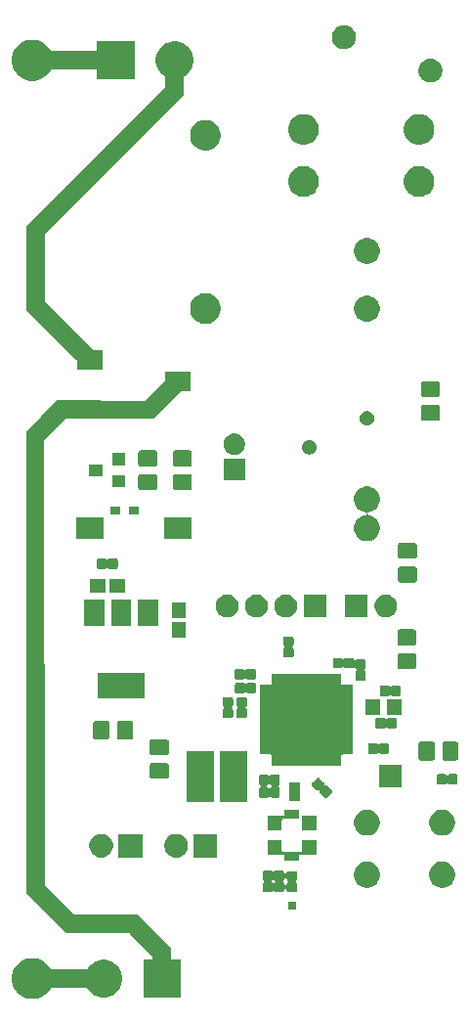
<source format=gbr>
G04 #@! TF.GenerationSoftware,KiCad,Pcbnew,(5.1.5)-3*
G04 #@! TF.CreationDate,2021-07-24T16:01:18-03:00*
G04 #@! TF.ProjectId,relayer_hw,72656c61-7965-4725-9f68-772e6b696361,rev?*
G04 #@! TF.SameCoordinates,Original*
G04 #@! TF.FileFunction,Soldermask,Bot*
G04 #@! TF.FilePolarity,Negative*
%FSLAX46Y46*%
G04 Gerber Fmt 4.6, Leading zero omitted, Abs format (unit mm)*
G04 Created by KiCad (PCBNEW (5.1.5)-3) date 2021-07-24 16:01:18*
%MOMM*%
%LPD*%
G04 APERTURE LIST*
%ADD10C,0.100000*%
G04 APERTURE END LIST*
D10*
G36*
X134403894Y-135268526D02*
G01*
X134518332Y-135291289D01*
X134841725Y-135425243D01*
X135040667Y-135558172D01*
X135132771Y-135619714D01*
X135380286Y-135867229D01*
X135565517Y-136144447D01*
X135581062Y-136163389D01*
X135600004Y-136178934D01*
X135621615Y-136190485D01*
X135645064Y-136197598D01*
X135669450Y-136200000D01*
X138680954Y-136200000D01*
X138705340Y-136197598D01*
X138728789Y-136190485D01*
X138750400Y-136178934D01*
X138769342Y-136163389D01*
X138784887Y-136144447D01*
X138906227Y-135962848D01*
X139132848Y-135736227D01*
X139399327Y-135558172D01*
X139399328Y-135558171D01*
X139572776Y-135486327D01*
X139695422Y-135435525D01*
X139800200Y-135414683D01*
X140009753Y-135373000D01*
X140330247Y-135373000D01*
X140539800Y-135414683D01*
X140644578Y-135435525D01*
X140767224Y-135486327D01*
X140940672Y-135558171D01*
X140940673Y-135558172D01*
X141207152Y-135736227D01*
X141433773Y-135962848D01*
X141552746Y-136140904D01*
X141611829Y-136229328D01*
X141734475Y-136525423D01*
X141797000Y-136839753D01*
X141797000Y-137160247D01*
X141734475Y-137474577D01*
X141611829Y-137770672D01*
X141585875Y-137809515D01*
X141433773Y-138037152D01*
X141207152Y-138263773D01*
X141032777Y-138380286D01*
X140940672Y-138441829D01*
X140767224Y-138513673D01*
X140644578Y-138564475D01*
X140592887Y-138574757D01*
X140330247Y-138627000D01*
X140009753Y-138627000D01*
X139747113Y-138574757D01*
X139695422Y-138564475D01*
X139572776Y-138513673D01*
X139399328Y-138441829D01*
X139307223Y-138380286D01*
X139132848Y-138263773D01*
X138906227Y-138037152D01*
X138784886Y-137855552D01*
X138769342Y-137836611D01*
X138750400Y-137821066D01*
X138728789Y-137809515D01*
X138705340Y-137802402D01*
X138680954Y-137800000D01*
X135669450Y-137800000D01*
X135645064Y-137802402D01*
X135621615Y-137809515D01*
X135600004Y-137821066D01*
X135581062Y-137836611D01*
X135565519Y-137855550D01*
X135380286Y-138132771D01*
X135132771Y-138380286D01*
X134841725Y-138574757D01*
X134518332Y-138708711D01*
X134403894Y-138731474D01*
X134175021Y-138777000D01*
X133824979Y-138777000D01*
X133596106Y-138731474D01*
X133481668Y-138708711D01*
X133158275Y-138574757D01*
X132867229Y-138380286D01*
X132619714Y-138132771D01*
X132425243Y-137841725D01*
X132291289Y-137518332D01*
X132223000Y-137175019D01*
X132223000Y-136824981D01*
X132291289Y-136481668D01*
X132425243Y-136158275D01*
X132619714Y-135867229D01*
X132867229Y-135619714D01*
X133158275Y-135425243D01*
X133481668Y-135291289D01*
X133596106Y-135268526D01*
X133824979Y-135223000D01*
X134175021Y-135223000D01*
X134403894Y-135268526D01*
G37*
G36*
X147747000Y-86127000D02*
G01*
X146965506Y-86127000D01*
X146941120Y-86129402D01*
X146917671Y-86136515D01*
X146896060Y-86148066D01*
X146876949Y-86163782D01*
X144490000Y-88560000D01*
X136901777Y-88560000D01*
X136877391Y-88562402D01*
X136853942Y-88569515D01*
X136832331Y-88581066D01*
X136813389Y-88596611D01*
X135086661Y-90323339D01*
X135071116Y-90342281D01*
X135059565Y-90363892D01*
X135052452Y-90387341D01*
X135050050Y-90411844D01*
X135087449Y-128892746D01*
X135089875Y-128917130D01*
X135097011Y-128940572D01*
X135108583Y-128962172D01*
X135124723Y-128981670D01*
X135736087Y-129583945D01*
X137573788Y-131394326D01*
X137592846Y-131409729D01*
X137614542Y-131421118D01*
X137638044Y-131428055D01*
X137660832Y-131430276D01*
X139864405Y-131442252D01*
X143130000Y-131460000D01*
X146022500Y-134400000D01*
X146021099Y-135246458D01*
X146021096Y-135247794D01*
X146023458Y-135272184D01*
X146030532Y-135295645D01*
X146042047Y-135317275D01*
X146057561Y-135336242D01*
X146076477Y-135351819D01*
X146098069Y-135363406D01*
X146121506Y-135370558D01*
X146146095Y-135373000D01*
X146877000Y-135373000D01*
X146877000Y-138627000D01*
X143623000Y-138627000D01*
X143623000Y-135373000D01*
X144316943Y-135373000D01*
X144341329Y-135370598D01*
X144364778Y-135363485D01*
X144386389Y-135351934D01*
X144405331Y-135336389D01*
X144420876Y-135317447D01*
X144432427Y-135295836D01*
X144439540Y-135272387D01*
X144441932Y-135246458D01*
X144440626Y-135140691D01*
X144437924Y-135116336D01*
X144430522Y-135092977D01*
X144418705Y-135071510D01*
X144404244Y-135054066D01*
X142466836Y-133107019D01*
X142447933Y-133091428D01*
X142426351Y-133079823D01*
X142402920Y-133072652D01*
X142377778Y-133070190D01*
X140205123Y-133078105D01*
X136946144Y-133089978D01*
X136946140Y-133089978D01*
X136940000Y-133090000D01*
X133460000Y-129590000D01*
X133465517Y-107604000D01*
X133469998Y-89746141D01*
X133469998Y-89746136D01*
X133470000Y-89740000D01*
X136150000Y-86950000D01*
X143788035Y-86969865D01*
X143812425Y-86967526D01*
X143835893Y-86960474D01*
X143857533Y-86948979D01*
X143876746Y-86933254D01*
X145456389Y-85353611D01*
X145471934Y-85334669D01*
X145483485Y-85313058D01*
X145490598Y-85289609D01*
X145493000Y-85265223D01*
X145493000Y-84473000D01*
X147747000Y-84473000D01*
X147747000Y-86127000D01*
G37*
G36*
X156827000Y-131027000D02*
G01*
X156173000Y-131027000D01*
X156173000Y-130373000D01*
X156827000Y-130373000D01*
X156827000Y-131027000D01*
G37*
G36*
X154717354Y-127656446D02*
G01*
X154745097Y-127664862D01*
X154770665Y-127678529D01*
X154793079Y-127696923D01*
X154803375Y-127709469D01*
X154820702Y-127726796D01*
X154841077Y-127740410D01*
X154863716Y-127749787D01*
X154887749Y-127754567D01*
X154912253Y-127754567D01*
X154936286Y-127749786D01*
X154958925Y-127740409D01*
X154979299Y-127726795D01*
X154996625Y-127709469D01*
X155006921Y-127696923D01*
X155029335Y-127678529D01*
X155054903Y-127664862D01*
X155082646Y-127656446D01*
X155117640Y-127653000D01*
X155652360Y-127653000D01*
X155687354Y-127656446D01*
X155715097Y-127664862D01*
X155740665Y-127678529D01*
X155763078Y-127696922D01*
X155781471Y-127719335D01*
X155795138Y-127744903D01*
X155803554Y-127772646D01*
X155807573Y-127813455D01*
X155812353Y-127837488D01*
X155821731Y-127860127D01*
X155835345Y-127880502D01*
X155852672Y-127897829D01*
X155873046Y-127911442D01*
X155895685Y-127920820D01*
X155919718Y-127925600D01*
X155944222Y-127925600D01*
X155968255Y-127920820D01*
X155990894Y-127911442D01*
X156011269Y-127897828D01*
X156028596Y-127880501D01*
X156042209Y-127860127D01*
X156051587Y-127837488D01*
X156056367Y-127813452D01*
X156056446Y-127812646D01*
X156064862Y-127784903D01*
X156078529Y-127759335D01*
X156096922Y-127736922D01*
X156119335Y-127718529D01*
X156144903Y-127704862D01*
X156172646Y-127696446D01*
X156207640Y-127693000D01*
X156792360Y-127693000D01*
X156827354Y-127696446D01*
X156855097Y-127704862D01*
X156880665Y-127718529D01*
X156903078Y-127736922D01*
X156921471Y-127759335D01*
X156935138Y-127784903D01*
X156943554Y-127812646D01*
X156947000Y-127847640D01*
X156947000Y-128382360D01*
X156943554Y-128417354D01*
X156935138Y-128445097D01*
X156921471Y-128470665D01*
X156903077Y-128493079D01*
X156890531Y-128503375D01*
X156873204Y-128520702D01*
X156859590Y-128541077D01*
X156850213Y-128563716D01*
X156845433Y-128587749D01*
X156845433Y-128612253D01*
X156850214Y-128636286D01*
X156859591Y-128658925D01*
X156873205Y-128679299D01*
X156890531Y-128696625D01*
X156903077Y-128706921D01*
X156921471Y-128729335D01*
X156935138Y-128754903D01*
X156943554Y-128782646D01*
X156947000Y-128817640D01*
X156947000Y-129352360D01*
X156943554Y-129387354D01*
X156935138Y-129415097D01*
X156921471Y-129440665D01*
X156903078Y-129463078D01*
X156880665Y-129481471D01*
X156855097Y-129495138D01*
X156827354Y-129503554D01*
X156792360Y-129507000D01*
X156207640Y-129507000D01*
X156172646Y-129503554D01*
X156144903Y-129495138D01*
X156119335Y-129481471D01*
X156096922Y-129463078D01*
X156078529Y-129440665D01*
X156064862Y-129415097D01*
X156056446Y-129387354D01*
X156056367Y-129386548D01*
X156051587Y-129362514D01*
X156042211Y-129339875D01*
X156028597Y-129319501D01*
X156011271Y-129302173D01*
X155990897Y-129288559D01*
X155968258Y-129279181D01*
X155944225Y-129274400D01*
X155919721Y-129274400D01*
X155895687Y-129279180D01*
X155873048Y-129288556D01*
X155852674Y-129302170D01*
X155835346Y-129319496D01*
X155821732Y-129339870D01*
X155812354Y-129362509D01*
X155807573Y-129386545D01*
X155803554Y-129427354D01*
X155795138Y-129455097D01*
X155781471Y-129480665D01*
X155763078Y-129503078D01*
X155740665Y-129521471D01*
X155715097Y-129535138D01*
X155687354Y-129543554D01*
X155652360Y-129547000D01*
X155117640Y-129547000D01*
X155082646Y-129543554D01*
X155054903Y-129535138D01*
X155029335Y-129521471D01*
X155006921Y-129503077D01*
X154996625Y-129490531D01*
X154979298Y-129473204D01*
X154958923Y-129459590D01*
X154936284Y-129450213D01*
X154912251Y-129445433D01*
X154887747Y-129445433D01*
X154863714Y-129450214D01*
X154841075Y-129459591D01*
X154820701Y-129473205D01*
X154803375Y-129490531D01*
X154793079Y-129503077D01*
X154770665Y-129521471D01*
X154745097Y-129535138D01*
X154717354Y-129543554D01*
X154682360Y-129547000D01*
X154147640Y-129547000D01*
X154112646Y-129543554D01*
X154084903Y-129535138D01*
X154059335Y-129521471D01*
X154036922Y-129503078D01*
X154018529Y-129480665D01*
X154004862Y-129455097D01*
X153996446Y-129427354D01*
X153993000Y-129392360D01*
X153993000Y-128807640D01*
X153996446Y-128772646D01*
X154004862Y-128744903D01*
X154018529Y-128719335D01*
X154036924Y-128696920D01*
X154037285Y-128696624D01*
X154054612Y-128679297D01*
X154068225Y-128658922D01*
X154077602Y-128636283D01*
X154082382Y-128612250D01*
X154082382Y-128587750D01*
X154747618Y-128587750D01*
X154747618Y-128612255D01*
X154752399Y-128636288D01*
X154761777Y-128658926D01*
X154775391Y-128679300D01*
X154792715Y-128696624D01*
X154793077Y-128696921D01*
X154803375Y-128709469D01*
X154820702Y-128726796D01*
X154841077Y-128740410D01*
X154863716Y-128749787D01*
X154887749Y-128754567D01*
X154912253Y-128754567D01*
X154936286Y-128749786D01*
X154958925Y-128740409D01*
X154979299Y-128726795D01*
X154996625Y-128709469D01*
X155006923Y-128696921D01*
X155007285Y-128696624D01*
X155024612Y-128679297D01*
X155038225Y-128658922D01*
X155047602Y-128636283D01*
X155052382Y-128612250D01*
X155052382Y-128587750D01*
X155717618Y-128587750D01*
X155717618Y-128612255D01*
X155722399Y-128636288D01*
X155731777Y-128658926D01*
X155745391Y-128679300D01*
X155762715Y-128696624D01*
X155763076Y-128696920D01*
X155781471Y-128719335D01*
X155795138Y-128744903D01*
X155803554Y-128772646D01*
X155806095Y-128798453D01*
X155810875Y-128822486D01*
X155820252Y-128845125D01*
X155833865Y-128865500D01*
X155851192Y-128882827D01*
X155871566Y-128896441D01*
X155894205Y-128905819D01*
X155918238Y-128910600D01*
X155942742Y-128910600D01*
X155966775Y-128905820D01*
X155989414Y-128896443D01*
X156009789Y-128882830D01*
X156027116Y-128865503D01*
X156040730Y-128845129D01*
X156050108Y-128822490D01*
X156054889Y-128798456D01*
X156056446Y-128782646D01*
X156064862Y-128754903D01*
X156078529Y-128729335D01*
X156096923Y-128706921D01*
X156109469Y-128696625D01*
X156126796Y-128679298D01*
X156140410Y-128658923D01*
X156149787Y-128636284D01*
X156154567Y-128612251D01*
X156154567Y-128587747D01*
X156149786Y-128563714D01*
X156140409Y-128541075D01*
X156126795Y-128520701D01*
X156109469Y-128503375D01*
X156096923Y-128493079D01*
X156078529Y-128470665D01*
X156064862Y-128445097D01*
X156056446Y-128417354D01*
X156054889Y-128401544D01*
X156050108Y-128377510D01*
X156040731Y-128354872D01*
X156027117Y-128334497D01*
X156009789Y-128317171D01*
X155989415Y-128303557D01*
X155966776Y-128294180D01*
X155942743Y-128289400D01*
X155918239Y-128289400D01*
X155894205Y-128294181D01*
X155871567Y-128303558D01*
X155851192Y-128317172D01*
X155833866Y-128334500D01*
X155820252Y-128354874D01*
X155810875Y-128377513D01*
X155806095Y-128401547D01*
X155803554Y-128427354D01*
X155795138Y-128455097D01*
X155781471Y-128480665D01*
X155763076Y-128503080D01*
X155762715Y-128503376D01*
X155745388Y-128520703D01*
X155731775Y-128541078D01*
X155722398Y-128563717D01*
X155717618Y-128587750D01*
X155052382Y-128587750D01*
X155052382Y-128587745D01*
X155047601Y-128563712D01*
X155038223Y-128541074D01*
X155024609Y-128520700D01*
X155007285Y-128503376D01*
X155006923Y-128503079D01*
X154996625Y-128490531D01*
X154979298Y-128473204D01*
X154958923Y-128459590D01*
X154936284Y-128450213D01*
X154912251Y-128445433D01*
X154887747Y-128445433D01*
X154863714Y-128450214D01*
X154841075Y-128459591D01*
X154820701Y-128473205D01*
X154803375Y-128490531D01*
X154793077Y-128503079D01*
X154792715Y-128503376D01*
X154775388Y-128520703D01*
X154761775Y-128541078D01*
X154752398Y-128563717D01*
X154747618Y-128587750D01*
X154082382Y-128587750D01*
X154082382Y-128587745D01*
X154077601Y-128563712D01*
X154068223Y-128541074D01*
X154054609Y-128520700D01*
X154037285Y-128503376D01*
X154036924Y-128503080D01*
X154018529Y-128480665D01*
X154004862Y-128455097D01*
X153996446Y-128427354D01*
X153993000Y-128392360D01*
X153993000Y-127807640D01*
X153996446Y-127772646D01*
X154004862Y-127744903D01*
X154018529Y-127719335D01*
X154036922Y-127696922D01*
X154059335Y-127678529D01*
X154084903Y-127664862D01*
X154112646Y-127656446D01*
X154147640Y-127653000D01*
X154682360Y-127653000D01*
X154717354Y-127656446D01*
G37*
G36*
X169719867Y-126894655D02*
G01*
X169828734Y-126916310D01*
X170033835Y-127001266D01*
X170218421Y-127124602D01*
X170375398Y-127281579D01*
X170498734Y-127466165D01*
X170583690Y-127671266D01*
X170594735Y-127726795D01*
X170625310Y-127880501D01*
X170627000Y-127889000D01*
X170627000Y-128111000D01*
X170583690Y-128328734D01*
X170533371Y-128450214D01*
X170504174Y-128520703D01*
X170498734Y-128533835D01*
X170375398Y-128718421D01*
X170218421Y-128875398D01*
X170033835Y-128998734D01*
X169828734Y-129083690D01*
X169719867Y-129105345D01*
X169611001Y-129127000D01*
X169388999Y-129127000D01*
X169280133Y-129105345D01*
X169171266Y-129083690D01*
X168966165Y-128998734D01*
X168781579Y-128875398D01*
X168624602Y-128718421D01*
X168501266Y-128533835D01*
X168495827Y-128520703D01*
X168466629Y-128450214D01*
X168416310Y-128328734D01*
X168373000Y-128111000D01*
X168373000Y-127889000D01*
X168374691Y-127880501D01*
X168405265Y-127726795D01*
X168416310Y-127671266D01*
X168501266Y-127466165D01*
X168624602Y-127281579D01*
X168781579Y-127124602D01*
X168966165Y-127001266D01*
X169171266Y-126916310D01*
X169280133Y-126894655D01*
X169388999Y-126873000D01*
X169611001Y-126873000D01*
X169719867Y-126894655D01*
G37*
G36*
X163219867Y-126894655D02*
G01*
X163328734Y-126916310D01*
X163533835Y-127001266D01*
X163718421Y-127124602D01*
X163875398Y-127281579D01*
X163998734Y-127466165D01*
X164083690Y-127671266D01*
X164094735Y-127726795D01*
X164125310Y-127880501D01*
X164127000Y-127889000D01*
X164127000Y-128111000D01*
X164083690Y-128328734D01*
X164033371Y-128450214D01*
X164004174Y-128520703D01*
X163998734Y-128533835D01*
X163875398Y-128718421D01*
X163718421Y-128875398D01*
X163533835Y-128998734D01*
X163328734Y-129083690D01*
X163219867Y-129105345D01*
X163111001Y-129127000D01*
X162888999Y-129127000D01*
X162780133Y-129105345D01*
X162671266Y-129083690D01*
X162466165Y-128998734D01*
X162281579Y-128875398D01*
X162124602Y-128718421D01*
X162001266Y-128533835D01*
X161995827Y-128520703D01*
X161966629Y-128450214D01*
X161916310Y-128328734D01*
X161873000Y-128111000D01*
X161873000Y-127889000D01*
X161874691Y-127880501D01*
X161905265Y-127726795D01*
X161916310Y-127671266D01*
X162001266Y-127466165D01*
X162124602Y-127281579D01*
X162281579Y-127124602D01*
X162466165Y-127001266D01*
X162671266Y-126916310D01*
X162780133Y-126894655D01*
X162888999Y-126873000D01*
X163111001Y-126873000D01*
X163219867Y-126894655D01*
G37*
G36*
X155627000Y-125898001D02*
G01*
X155629402Y-125922387D01*
X155636515Y-125945836D01*
X155648066Y-125967447D01*
X155663611Y-125986389D01*
X155682553Y-126001934D01*
X155704164Y-126013485D01*
X155727613Y-126020598D01*
X155751999Y-126023000D01*
X157248001Y-126023000D01*
X157272387Y-126020598D01*
X157295836Y-126013485D01*
X157317447Y-126001934D01*
X157336389Y-125986389D01*
X157351934Y-125967447D01*
X157363485Y-125945836D01*
X157370598Y-125922387D01*
X157373000Y-125898001D01*
X157373000Y-125023000D01*
X158627000Y-125023000D01*
X158627000Y-126277000D01*
X157251999Y-126277000D01*
X157227613Y-126279402D01*
X157204164Y-126286515D01*
X157182553Y-126298066D01*
X157163611Y-126313611D01*
X157148066Y-126332553D01*
X157136515Y-126354164D01*
X157129402Y-126377613D01*
X157127000Y-126401999D01*
X157127000Y-126777000D01*
X155873000Y-126777000D01*
X155873000Y-126401999D01*
X155870598Y-126377613D01*
X155863485Y-126354164D01*
X155851934Y-126332553D01*
X155836389Y-126313611D01*
X155817447Y-126298066D01*
X155795836Y-126286515D01*
X155772387Y-126279402D01*
X155748001Y-126277000D01*
X154373000Y-126277000D01*
X154373000Y-125023000D01*
X155627000Y-125023000D01*
X155627000Y-125898001D01*
G37*
G36*
X150027000Y-126527000D02*
G01*
X147973000Y-126527000D01*
X147973000Y-124473000D01*
X150027000Y-124473000D01*
X150027000Y-126527000D01*
G37*
G36*
X143527000Y-126527000D02*
G01*
X141473000Y-126527000D01*
X141473000Y-124473000D01*
X143527000Y-124473000D01*
X143527000Y-126527000D01*
G37*
G36*
X140160358Y-124492733D02*
G01*
X140259565Y-124512467D01*
X140353016Y-124551176D01*
X140446468Y-124589885D01*
X140614672Y-124702275D01*
X140757725Y-124845328D01*
X140870115Y-125013532D01*
X140947533Y-125200436D01*
X140987000Y-125398848D01*
X140987000Y-125601152D01*
X140947533Y-125799564D01*
X140870115Y-125986468D01*
X140757725Y-126154672D01*
X140614672Y-126297725D01*
X140446468Y-126410115D01*
X140353016Y-126448824D01*
X140259565Y-126487533D01*
X140160358Y-126507267D01*
X140061152Y-126527000D01*
X139858848Y-126527000D01*
X139759642Y-126507267D01*
X139660435Y-126487533D01*
X139566984Y-126448824D01*
X139473532Y-126410115D01*
X139305328Y-126297725D01*
X139162275Y-126154672D01*
X139049885Y-125986468D01*
X138972467Y-125799564D01*
X138933000Y-125601152D01*
X138933000Y-125398848D01*
X138972467Y-125200436D01*
X139049885Y-125013532D01*
X139162275Y-124845328D01*
X139305328Y-124702275D01*
X139473532Y-124589885D01*
X139566984Y-124551176D01*
X139660435Y-124512467D01*
X139759642Y-124492733D01*
X139858848Y-124473000D01*
X140061152Y-124473000D01*
X140160358Y-124492733D01*
G37*
G36*
X146660358Y-124492733D02*
G01*
X146759565Y-124512467D01*
X146853016Y-124551176D01*
X146946468Y-124589885D01*
X147114672Y-124702275D01*
X147257725Y-124845328D01*
X147370115Y-125013532D01*
X147447533Y-125200436D01*
X147487000Y-125398848D01*
X147487000Y-125601152D01*
X147447533Y-125799564D01*
X147370115Y-125986468D01*
X147257725Y-126154672D01*
X147114672Y-126297725D01*
X146946468Y-126410115D01*
X146853016Y-126448824D01*
X146759565Y-126487533D01*
X146660358Y-126507267D01*
X146561152Y-126527000D01*
X146358848Y-126527000D01*
X146259642Y-126507267D01*
X146160435Y-126487533D01*
X146066984Y-126448824D01*
X145973532Y-126410115D01*
X145805328Y-126297725D01*
X145662275Y-126154672D01*
X145549885Y-125986468D01*
X145472467Y-125799564D01*
X145433000Y-125601152D01*
X145433000Y-125398848D01*
X145472467Y-125200436D01*
X145549885Y-125013532D01*
X145662275Y-124845328D01*
X145805328Y-124702275D01*
X145973532Y-124589885D01*
X146066984Y-124551176D01*
X146160435Y-124512467D01*
X146259642Y-124492733D01*
X146358848Y-124473000D01*
X146561152Y-124473000D01*
X146660358Y-124492733D01*
G37*
G36*
X169719867Y-122394655D02*
G01*
X169828734Y-122416310D01*
X170033835Y-122501266D01*
X170218421Y-122624602D01*
X170375398Y-122781579D01*
X170498734Y-122966165D01*
X170583690Y-123171266D01*
X170627000Y-123389000D01*
X170627000Y-123611000D01*
X170583690Y-123828734D01*
X170498734Y-124033835D01*
X170375398Y-124218421D01*
X170218421Y-124375398D01*
X170033835Y-124498734D01*
X169828734Y-124583690D01*
X169719867Y-124605345D01*
X169611001Y-124627000D01*
X169388999Y-124627000D01*
X169280133Y-124605345D01*
X169171266Y-124583690D01*
X168966165Y-124498734D01*
X168781579Y-124375398D01*
X168624602Y-124218421D01*
X168501266Y-124033835D01*
X168416310Y-123828734D01*
X168373000Y-123611000D01*
X168373000Y-123389000D01*
X168416310Y-123171266D01*
X168501266Y-122966165D01*
X168624602Y-122781579D01*
X168781579Y-122624602D01*
X168966165Y-122501266D01*
X169171266Y-122416310D01*
X169280133Y-122394655D01*
X169388999Y-122373000D01*
X169611001Y-122373000D01*
X169719867Y-122394655D01*
G37*
G36*
X163219867Y-122394655D02*
G01*
X163328734Y-122416310D01*
X163533835Y-122501266D01*
X163718421Y-122624602D01*
X163875398Y-122781579D01*
X163998734Y-122966165D01*
X164083690Y-123171266D01*
X164127000Y-123389000D01*
X164127000Y-123611000D01*
X164083690Y-123828734D01*
X163998734Y-124033835D01*
X163875398Y-124218421D01*
X163718421Y-124375398D01*
X163533835Y-124498734D01*
X163328734Y-124583690D01*
X163219867Y-124605345D01*
X163111001Y-124627000D01*
X162888999Y-124627000D01*
X162780133Y-124605345D01*
X162671266Y-124583690D01*
X162466165Y-124498734D01*
X162281579Y-124375398D01*
X162124602Y-124218421D01*
X162001266Y-124033835D01*
X161916310Y-123828734D01*
X161873000Y-123611000D01*
X161873000Y-123389000D01*
X161916310Y-123171266D01*
X162001266Y-122966165D01*
X162124602Y-122781579D01*
X162281579Y-122624602D01*
X162466165Y-122501266D01*
X162671266Y-122416310D01*
X162780133Y-122394655D01*
X162888999Y-122373000D01*
X163111001Y-122373000D01*
X163219867Y-122394655D01*
G37*
G36*
X158627000Y-124177000D02*
G01*
X157373000Y-124177000D01*
X157373000Y-122923000D01*
X158627000Y-122923000D01*
X158627000Y-124177000D01*
G37*
G36*
X157117000Y-123177000D02*
G01*
X155751999Y-123177000D01*
X155727613Y-123179402D01*
X155704164Y-123186515D01*
X155682553Y-123198066D01*
X155663611Y-123213611D01*
X155648066Y-123232553D01*
X155636515Y-123254164D01*
X155629402Y-123277613D01*
X155627000Y-123301999D01*
X155627000Y-124177000D01*
X154373000Y-124177000D01*
X154373000Y-122923000D01*
X155738001Y-122923000D01*
X155762387Y-122920598D01*
X155785836Y-122913485D01*
X155807447Y-122901934D01*
X155826389Y-122886389D01*
X155841934Y-122867447D01*
X155853485Y-122845836D01*
X155860598Y-122822387D01*
X155863000Y-122798001D01*
X155863000Y-122423000D01*
X157117000Y-122423000D01*
X157117000Y-123177000D01*
G37*
G36*
X152627000Y-121677000D02*
G01*
X150273000Y-121677000D01*
X150273000Y-117323000D01*
X152627000Y-117323000D01*
X152627000Y-121677000D01*
G37*
G36*
X149727000Y-121677000D02*
G01*
X147373000Y-121677000D01*
X147373000Y-117323000D01*
X149727000Y-117323000D01*
X149727000Y-121677000D01*
G37*
G36*
X157227000Y-121627000D02*
G01*
X156273000Y-121627000D01*
X156273000Y-119993000D01*
X157227000Y-119993000D01*
X157227000Y-121627000D01*
G37*
G36*
X158803585Y-119607534D02*
G01*
X158831328Y-119615950D01*
X158856896Y-119629617D01*
X158884075Y-119651922D01*
X158923920Y-119691767D01*
X158923931Y-119691776D01*
X159222330Y-119990175D01*
X159222339Y-119990186D01*
X159262184Y-120030031D01*
X159284489Y-120057210D01*
X159298156Y-120082778D01*
X159306572Y-120110521D01*
X159309413Y-120139374D01*
X159307822Y-120155528D01*
X159307822Y-120180032D01*
X159312602Y-120204065D01*
X159321979Y-120226704D01*
X159335593Y-120247079D01*
X159352920Y-120264406D01*
X159373294Y-120278020D01*
X159395933Y-120287397D01*
X159419966Y-120292178D01*
X159444472Y-120292178D01*
X159460626Y-120290587D01*
X159489479Y-120293428D01*
X159517222Y-120301844D01*
X159542790Y-120315511D01*
X159569969Y-120337816D01*
X159609814Y-120377661D01*
X159609825Y-120377670D01*
X159908224Y-120676069D01*
X159908233Y-120676080D01*
X159948078Y-120715925D01*
X159970383Y-120743104D01*
X159984050Y-120768672D01*
X159992466Y-120796415D01*
X159995307Y-120825269D01*
X159992466Y-120854123D01*
X159984050Y-120881866D01*
X159970383Y-120907434D01*
X159948078Y-120934613D01*
X159908233Y-120974458D01*
X159908224Y-120974469D01*
X159574469Y-121308224D01*
X159574458Y-121308233D01*
X159534613Y-121348078D01*
X159507434Y-121370383D01*
X159481866Y-121384050D01*
X159454123Y-121392466D01*
X159425269Y-121395307D01*
X159396415Y-121392466D01*
X159368672Y-121384050D01*
X159343104Y-121370383D01*
X159315925Y-121348078D01*
X159276080Y-121308233D01*
X159276069Y-121308224D01*
X158977670Y-121009825D01*
X158977661Y-121009814D01*
X158937816Y-120969969D01*
X158915511Y-120942790D01*
X158901844Y-120917222D01*
X158893428Y-120889479D01*
X158890587Y-120860625D01*
X158892178Y-120844472D01*
X158892178Y-120819968D01*
X158887398Y-120795935D01*
X158878021Y-120773296D01*
X158864407Y-120752921D01*
X158847080Y-120735594D01*
X158826706Y-120721980D01*
X158804067Y-120712603D01*
X158780034Y-120707822D01*
X158755528Y-120707822D01*
X158739374Y-120709413D01*
X158710521Y-120706572D01*
X158682778Y-120698156D01*
X158657210Y-120684489D01*
X158630031Y-120662184D01*
X158590186Y-120622339D01*
X158590175Y-120622330D01*
X158291776Y-120323931D01*
X158291767Y-120323920D01*
X158251922Y-120284075D01*
X158229617Y-120256896D01*
X158215950Y-120231328D01*
X158207534Y-120203585D01*
X158204693Y-120174731D01*
X158207534Y-120145877D01*
X158215950Y-120118134D01*
X158229617Y-120092566D01*
X158251922Y-120065387D01*
X158291767Y-120025542D01*
X158291776Y-120025531D01*
X158625531Y-119691776D01*
X158625542Y-119691767D01*
X158665387Y-119651922D01*
X158692566Y-119629617D01*
X158718134Y-119615950D01*
X158745877Y-119607534D01*
X158774731Y-119604693D01*
X158803585Y-119607534D01*
G37*
G36*
X154367354Y-119356446D02*
G01*
X154395097Y-119364862D01*
X154420665Y-119378529D01*
X154443079Y-119396923D01*
X154453375Y-119409469D01*
X154470702Y-119426796D01*
X154491077Y-119440410D01*
X154513716Y-119449787D01*
X154537749Y-119454567D01*
X154562253Y-119454567D01*
X154586286Y-119449786D01*
X154608925Y-119440409D01*
X154629299Y-119426795D01*
X154646625Y-119409469D01*
X154656921Y-119396923D01*
X154679335Y-119378529D01*
X154704903Y-119364862D01*
X154732646Y-119356446D01*
X154767640Y-119353000D01*
X155302360Y-119353000D01*
X155337354Y-119356446D01*
X155365097Y-119364862D01*
X155390665Y-119378529D01*
X155413078Y-119396922D01*
X155431471Y-119419335D01*
X155445138Y-119444903D01*
X155453554Y-119472646D01*
X155457000Y-119507640D01*
X155457000Y-120092360D01*
X155453554Y-120127354D01*
X155445138Y-120155097D01*
X155431471Y-120180665D01*
X155413078Y-120203078D01*
X155390667Y-120221470D01*
X155356447Y-120239761D01*
X155336073Y-120253375D01*
X155318746Y-120270702D01*
X155305132Y-120291077D01*
X155295755Y-120313715D01*
X155290975Y-120337749D01*
X155290975Y-120362253D01*
X155295756Y-120386286D01*
X155305133Y-120408925D01*
X155318747Y-120429299D01*
X155336074Y-120446626D01*
X155356447Y-120460239D01*
X155390667Y-120478530D01*
X155413078Y-120496922D01*
X155431471Y-120519335D01*
X155445138Y-120544903D01*
X155453554Y-120572646D01*
X155457000Y-120607640D01*
X155457000Y-121192360D01*
X155453554Y-121227354D01*
X155445138Y-121255097D01*
X155431471Y-121280665D01*
X155413078Y-121303078D01*
X155390665Y-121321471D01*
X155365097Y-121335138D01*
X155337354Y-121343554D01*
X155302360Y-121347000D01*
X154767640Y-121347000D01*
X154732646Y-121343554D01*
X154704903Y-121335138D01*
X154679335Y-121321471D01*
X154656921Y-121303077D01*
X154646625Y-121290531D01*
X154629298Y-121273204D01*
X154608923Y-121259590D01*
X154586284Y-121250213D01*
X154562251Y-121245433D01*
X154537747Y-121245433D01*
X154513714Y-121250214D01*
X154491075Y-121259591D01*
X154470701Y-121273205D01*
X154453375Y-121290531D01*
X154443079Y-121303077D01*
X154420665Y-121321471D01*
X154395097Y-121335138D01*
X154367354Y-121343554D01*
X154332360Y-121347000D01*
X153797640Y-121347000D01*
X153762646Y-121343554D01*
X153734903Y-121335138D01*
X153709335Y-121321471D01*
X153686922Y-121303078D01*
X153668529Y-121280665D01*
X153654862Y-121255097D01*
X153646446Y-121227354D01*
X153643000Y-121192360D01*
X153643000Y-120607640D01*
X153646446Y-120572646D01*
X153654862Y-120544903D01*
X153668529Y-120519335D01*
X153686922Y-120496922D01*
X153709333Y-120478530D01*
X153743553Y-120460239D01*
X153763927Y-120446625D01*
X153781254Y-120429298D01*
X153794868Y-120408923D01*
X153804245Y-120386285D01*
X153809025Y-120362251D01*
X153809025Y-120337749D01*
X154320975Y-120337749D01*
X154320975Y-120362253D01*
X154325756Y-120386286D01*
X154335133Y-120408925D01*
X154348747Y-120429299D01*
X154366074Y-120446626D01*
X154386447Y-120460239D01*
X154420667Y-120478530D01*
X154443079Y-120496923D01*
X154453375Y-120509469D01*
X154470702Y-120526796D01*
X154491077Y-120540410D01*
X154513716Y-120549787D01*
X154537749Y-120554567D01*
X154562253Y-120554567D01*
X154586286Y-120549786D01*
X154608925Y-120540409D01*
X154629299Y-120526795D01*
X154646625Y-120509469D01*
X154656921Y-120496923D01*
X154679333Y-120478530D01*
X154713553Y-120460239D01*
X154733927Y-120446625D01*
X154751254Y-120429298D01*
X154764868Y-120408923D01*
X154774245Y-120386285D01*
X154779025Y-120362251D01*
X154779025Y-120337747D01*
X154774244Y-120313714D01*
X154764867Y-120291075D01*
X154751253Y-120270701D01*
X154733926Y-120253374D01*
X154713553Y-120239761D01*
X154679333Y-120221470D01*
X154656921Y-120203077D01*
X154646625Y-120190531D01*
X154629298Y-120173204D01*
X154608923Y-120159590D01*
X154586284Y-120150213D01*
X154562251Y-120145433D01*
X154537747Y-120145433D01*
X154513714Y-120150214D01*
X154491075Y-120159591D01*
X154470701Y-120173205D01*
X154453375Y-120190531D01*
X154443079Y-120203077D01*
X154420667Y-120221470D01*
X154386447Y-120239761D01*
X154366073Y-120253375D01*
X154348746Y-120270702D01*
X154335132Y-120291077D01*
X154325755Y-120313715D01*
X154320975Y-120337749D01*
X153809025Y-120337749D01*
X153809025Y-120337747D01*
X153804244Y-120313714D01*
X153794867Y-120291075D01*
X153781253Y-120270701D01*
X153763926Y-120253374D01*
X153743553Y-120239761D01*
X153709333Y-120221470D01*
X153686922Y-120203078D01*
X153668529Y-120180665D01*
X153654862Y-120155097D01*
X153646446Y-120127354D01*
X153643000Y-120092360D01*
X153643000Y-119507640D01*
X153646446Y-119472646D01*
X153654862Y-119444903D01*
X153668529Y-119419335D01*
X153686922Y-119396922D01*
X153709335Y-119378529D01*
X153734903Y-119364862D01*
X153762646Y-119356446D01*
X153797640Y-119353000D01*
X154332360Y-119353000D01*
X154367354Y-119356446D01*
G37*
G36*
X165977000Y-120477000D02*
G01*
X164023000Y-120477000D01*
X164023000Y-118523000D01*
X165977000Y-118523000D01*
X165977000Y-120477000D01*
G37*
G36*
X169767354Y-119306446D02*
G01*
X169795097Y-119314862D01*
X169820665Y-119328529D01*
X169843079Y-119346923D01*
X169853375Y-119359469D01*
X169870702Y-119376796D01*
X169891077Y-119390410D01*
X169913716Y-119399787D01*
X169937749Y-119404567D01*
X169962253Y-119404567D01*
X169986286Y-119399786D01*
X170008925Y-119390409D01*
X170029299Y-119376795D01*
X170046625Y-119359469D01*
X170056921Y-119346923D01*
X170079335Y-119328529D01*
X170104903Y-119314862D01*
X170132646Y-119306446D01*
X170167640Y-119303000D01*
X170702360Y-119303000D01*
X170737354Y-119306446D01*
X170765097Y-119314862D01*
X170790665Y-119328529D01*
X170813078Y-119346922D01*
X170831471Y-119369335D01*
X170845138Y-119394903D01*
X170853554Y-119422646D01*
X170857000Y-119457640D01*
X170857000Y-120042360D01*
X170853554Y-120077354D01*
X170845138Y-120105097D01*
X170831471Y-120130665D01*
X170813078Y-120153078D01*
X170790665Y-120171471D01*
X170765097Y-120185138D01*
X170737354Y-120193554D01*
X170702360Y-120197000D01*
X170167640Y-120197000D01*
X170132646Y-120193554D01*
X170104903Y-120185138D01*
X170079335Y-120171471D01*
X170056921Y-120153077D01*
X170046625Y-120140531D01*
X170029298Y-120123204D01*
X170008923Y-120109590D01*
X169986284Y-120100213D01*
X169962251Y-120095433D01*
X169937747Y-120095433D01*
X169913714Y-120100214D01*
X169891075Y-120109591D01*
X169870701Y-120123205D01*
X169853375Y-120140531D01*
X169843079Y-120153077D01*
X169820665Y-120171471D01*
X169795097Y-120185138D01*
X169767354Y-120193554D01*
X169732360Y-120197000D01*
X169197640Y-120197000D01*
X169162646Y-120193554D01*
X169134903Y-120185138D01*
X169109335Y-120171471D01*
X169086922Y-120153078D01*
X169068529Y-120130665D01*
X169054862Y-120105097D01*
X169046446Y-120077354D01*
X169043000Y-120042360D01*
X169043000Y-119457640D01*
X169046446Y-119422646D01*
X169054862Y-119394903D01*
X169068529Y-119369335D01*
X169086922Y-119346922D01*
X169109335Y-119328529D01*
X169134903Y-119314862D01*
X169162646Y-119306446D01*
X169197640Y-119303000D01*
X169732360Y-119303000D01*
X169767354Y-119306446D01*
G37*
G36*
X145638076Y-118328100D02*
G01*
X145681967Y-118341414D01*
X145722419Y-118363036D01*
X145757870Y-118392130D01*
X145786964Y-118427581D01*
X145808586Y-118468033D01*
X145821900Y-118511924D01*
X145827000Y-118563705D01*
X145827000Y-119486295D01*
X145821900Y-119538076D01*
X145808586Y-119581967D01*
X145786964Y-119622419D01*
X145757870Y-119657870D01*
X145722419Y-119686964D01*
X145681967Y-119708586D01*
X145638076Y-119721900D01*
X145586295Y-119727000D01*
X144413705Y-119727000D01*
X144361924Y-119721900D01*
X144318033Y-119708586D01*
X144277581Y-119686964D01*
X144242130Y-119657870D01*
X144213036Y-119622419D01*
X144191414Y-119581967D01*
X144178100Y-119538076D01*
X144173000Y-119486295D01*
X144173000Y-118563705D01*
X144178100Y-118511924D01*
X144191414Y-118468033D01*
X144213036Y-118427581D01*
X144242130Y-118392130D01*
X144277581Y-118363036D01*
X144318033Y-118341414D01*
X144361924Y-118328100D01*
X144413705Y-118323000D01*
X145586295Y-118323000D01*
X145638076Y-118328100D01*
G37*
G36*
X160762000Y-111463001D02*
G01*
X160764402Y-111487387D01*
X160771515Y-111510836D01*
X160783066Y-111532447D01*
X160798611Y-111551389D01*
X160817553Y-111566934D01*
X160839164Y-111578485D01*
X160862613Y-111585598D01*
X160886999Y-111588000D01*
X161742000Y-111588000D01*
X161742000Y-117612000D01*
X160886999Y-117612000D01*
X160862613Y-117614402D01*
X160839164Y-117621515D01*
X160817553Y-117633066D01*
X160798611Y-117648611D01*
X160783066Y-117667553D01*
X160771515Y-117689164D01*
X160764402Y-117712613D01*
X160762000Y-117736999D01*
X160762000Y-118592000D01*
X154738000Y-118592000D01*
X154738000Y-117736999D01*
X154735598Y-117712613D01*
X154728485Y-117689164D01*
X154716934Y-117667553D01*
X154701389Y-117648611D01*
X154682447Y-117633066D01*
X154660836Y-117621515D01*
X154637387Y-117614402D01*
X154613001Y-117612000D01*
X153758000Y-117612000D01*
X153758000Y-111588000D01*
X154613001Y-111588000D01*
X154637387Y-111585598D01*
X154660836Y-111578485D01*
X154682447Y-111566934D01*
X154701389Y-111551389D01*
X154716934Y-111532447D01*
X154728485Y-111510836D01*
X154735598Y-111487387D01*
X154738000Y-111463001D01*
X154738000Y-110608000D01*
X160762000Y-110608000D01*
X160762000Y-111463001D01*
G37*
G36*
X168688076Y-116478100D02*
G01*
X168731967Y-116491414D01*
X168772419Y-116513036D01*
X168807870Y-116542130D01*
X168836964Y-116577581D01*
X168858586Y-116618033D01*
X168871900Y-116661924D01*
X168877000Y-116713705D01*
X168877000Y-117886295D01*
X168871900Y-117938076D01*
X168858586Y-117981967D01*
X168836964Y-118022419D01*
X168807870Y-118057870D01*
X168772419Y-118086964D01*
X168731967Y-118108586D01*
X168688076Y-118121900D01*
X168636295Y-118127000D01*
X167713705Y-118127000D01*
X167661924Y-118121900D01*
X167618033Y-118108586D01*
X167577581Y-118086964D01*
X167542130Y-118057870D01*
X167513036Y-118022419D01*
X167491414Y-117981967D01*
X167478100Y-117938076D01*
X167473000Y-117886295D01*
X167473000Y-116713705D01*
X167478100Y-116661924D01*
X167491414Y-116618033D01*
X167513036Y-116577581D01*
X167542130Y-116542130D01*
X167577581Y-116513036D01*
X167618033Y-116491414D01*
X167661924Y-116478100D01*
X167713705Y-116473000D01*
X168636295Y-116473000D01*
X168688076Y-116478100D01*
G37*
G36*
X170738076Y-116478100D02*
G01*
X170781967Y-116491414D01*
X170822419Y-116513036D01*
X170857870Y-116542130D01*
X170886964Y-116577581D01*
X170908586Y-116618033D01*
X170921900Y-116661924D01*
X170927000Y-116713705D01*
X170927000Y-117886295D01*
X170921900Y-117938076D01*
X170908586Y-117981967D01*
X170886964Y-118022419D01*
X170857870Y-118057870D01*
X170822419Y-118086964D01*
X170781967Y-118108586D01*
X170738076Y-118121900D01*
X170686295Y-118127000D01*
X169763705Y-118127000D01*
X169711924Y-118121900D01*
X169668033Y-118108586D01*
X169627581Y-118086964D01*
X169592130Y-118057870D01*
X169563036Y-118022419D01*
X169541414Y-117981967D01*
X169528100Y-117938076D01*
X169523000Y-117886295D01*
X169523000Y-116713705D01*
X169528100Y-116661924D01*
X169541414Y-116618033D01*
X169563036Y-116577581D01*
X169592130Y-116542130D01*
X169627581Y-116513036D01*
X169668033Y-116491414D01*
X169711924Y-116478100D01*
X169763705Y-116473000D01*
X170686295Y-116473000D01*
X170738076Y-116478100D01*
G37*
G36*
X145638076Y-116278100D02*
G01*
X145681967Y-116291414D01*
X145722419Y-116313036D01*
X145757870Y-116342130D01*
X145786964Y-116377581D01*
X145808586Y-116418033D01*
X145821900Y-116461924D01*
X145827000Y-116513705D01*
X145827000Y-117436295D01*
X145821900Y-117488076D01*
X145808586Y-117531967D01*
X145786964Y-117572419D01*
X145757870Y-117607870D01*
X145722419Y-117636964D01*
X145681967Y-117658586D01*
X145638076Y-117671900D01*
X145586295Y-117677000D01*
X144413705Y-117677000D01*
X144361924Y-117671900D01*
X144318033Y-117658586D01*
X144277581Y-117636964D01*
X144242130Y-117607870D01*
X144213036Y-117572419D01*
X144191414Y-117531967D01*
X144178100Y-117488076D01*
X144173000Y-117436295D01*
X144173000Y-116513705D01*
X144178100Y-116461924D01*
X144191414Y-116418033D01*
X144213036Y-116377581D01*
X144242130Y-116342130D01*
X144277581Y-116313036D01*
X144318033Y-116291414D01*
X144361924Y-116278100D01*
X144413705Y-116273000D01*
X145586295Y-116273000D01*
X145638076Y-116278100D01*
G37*
G36*
X163817354Y-116656446D02*
G01*
X163845097Y-116664862D01*
X163870665Y-116678529D01*
X163893079Y-116696923D01*
X163903375Y-116709469D01*
X163920702Y-116726796D01*
X163941077Y-116740410D01*
X163963716Y-116749787D01*
X163987749Y-116754567D01*
X164012253Y-116754567D01*
X164036286Y-116749786D01*
X164058925Y-116740409D01*
X164079299Y-116726795D01*
X164096625Y-116709469D01*
X164106921Y-116696923D01*
X164129335Y-116678529D01*
X164154903Y-116664862D01*
X164182646Y-116656446D01*
X164217640Y-116653000D01*
X164752360Y-116653000D01*
X164787354Y-116656446D01*
X164815097Y-116664862D01*
X164840665Y-116678529D01*
X164863078Y-116696922D01*
X164881471Y-116719335D01*
X164895138Y-116744903D01*
X164903554Y-116772646D01*
X164907000Y-116807640D01*
X164907000Y-117392360D01*
X164903554Y-117427354D01*
X164895138Y-117455097D01*
X164881471Y-117480665D01*
X164863078Y-117503078D01*
X164840665Y-117521471D01*
X164815097Y-117535138D01*
X164787354Y-117543554D01*
X164752360Y-117547000D01*
X164217640Y-117547000D01*
X164182646Y-117543554D01*
X164154903Y-117535138D01*
X164129335Y-117521471D01*
X164106921Y-117503077D01*
X164096625Y-117490531D01*
X164079298Y-117473204D01*
X164058923Y-117459590D01*
X164036284Y-117450213D01*
X164012251Y-117445433D01*
X163987747Y-117445433D01*
X163963714Y-117450214D01*
X163941075Y-117459591D01*
X163920701Y-117473205D01*
X163903375Y-117490531D01*
X163893079Y-117503077D01*
X163870665Y-117521471D01*
X163845097Y-117535138D01*
X163817354Y-117543554D01*
X163782360Y-117547000D01*
X163247640Y-117547000D01*
X163212646Y-117543554D01*
X163184903Y-117535138D01*
X163159335Y-117521471D01*
X163136922Y-117503078D01*
X163118529Y-117480665D01*
X163104862Y-117455097D01*
X163096446Y-117427354D01*
X163093000Y-117392360D01*
X163093000Y-116807640D01*
X163096446Y-116772646D01*
X163104862Y-116744903D01*
X163118529Y-116719335D01*
X163136922Y-116696922D01*
X163159335Y-116678529D01*
X163184903Y-116664862D01*
X163212646Y-116656446D01*
X163247640Y-116653000D01*
X163782360Y-116653000D01*
X163817354Y-116656446D01*
G37*
G36*
X142538076Y-114678100D02*
G01*
X142581967Y-114691414D01*
X142622419Y-114713036D01*
X142657870Y-114742130D01*
X142686964Y-114777581D01*
X142708586Y-114818033D01*
X142721900Y-114861924D01*
X142727000Y-114913705D01*
X142727000Y-116086295D01*
X142721900Y-116138076D01*
X142708586Y-116181967D01*
X142686964Y-116222419D01*
X142657870Y-116257870D01*
X142622419Y-116286964D01*
X142581967Y-116308586D01*
X142538076Y-116321900D01*
X142486295Y-116327000D01*
X141563705Y-116327000D01*
X141511924Y-116321900D01*
X141468033Y-116308586D01*
X141427581Y-116286964D01*
X141392130Y-116257870D01*
X141363036Y-116222419D01*
X141341414Y-116181967D01*
X141328100Y-116138076D01*
X141323000Y-116086295D01*
X141323000Y-114913705D01*
X141328100Y-114861924D01*
X141341414Y-114818033D01*
X141363036Y-114777581D01*
X141392130Y-114742130D01*
X141427581Y-114713036D01*
X141468033Y-114691414D01*
X141511924Y-114678100D01*
X141563705Y-114673000D01*
X142486295Y-114673000D01*
X142538076Y-114678100D01*
G37*
G36*
X140488076Y-114678100D02*
G01*
X140531967Y-114691414D01*
X140572419Y-114713036D01*
X140607870Y-114742130D01*
X140636964Y-114777581D01*
X140658586Y-114818033D01*
X140671900Y-114861924D01*
X140677000Y-114913705D01*
X140677000Y-116086295D01*
X140671900Y-116138076D01*
X140658586Y-116181967D01*
X140636964Y-116222419D01*
X140607870Y-116257870D01*
X140572419Y-116286964D01*
X140531967Y-116308586D01*
X140488076Y-116321900D01*
X140436295Y-116327000D01*
X139513705Y-116327000D01*
X139461924Y-116321900D01*
X139418033Y-116308586D01*
X139377581Y-116286964D01*
X139342130Y-116257870D01*
X139313036Y-116222419D01*
X139291414Y-116181967D01*
X139278100Y-116138076D01*
X139273000Y-116086295D01*
X139273000Y-114913705D01*
X139278100Y-114861924D01*
X139291414Y-114818033D01*
X139313036Y-114777581D01*
X139342130Y-114742130D01*
X139377581Y-114713036D01*
X139418033Y-114691414D01*
X139461924Y-114678100D01*
X139513705Y-114673000D01*
X140436295Y-114673000D01*
X140488076Y-114678100D01*
G37*
G36*
X164467354Y-114456446D02*
G01*
X164495097Y-114464862D01*
X164520665Y-114478529D01*
X164543079Y-114496923D01*
X164553375Y-114509469D01*
X164570702Y-114526796D01*
X164591077Y-114540410D01*
X164613716Y-114549787D01*
X164637749Y-114554567D01*
X164662253Y-114554567D01*
X164686286Y-114549786D01*
X164708925Y-114540409D01*
X164729299Y-114526795D01*
X164746625Y-114509469D01*
X164756921Y-114496923D01*
X164779335Y-114478529D01*
X164804903Y-114464862D01*
X164832646Y-114456446D01*
X164867640Y-114453000D01*
X165402360Y-114453000D01*
X165437354Y-114456446D01*
X165465097Y-114464862D01*
X165490665Y-114478529D01*
X165513078Y-114496922D01*
X165531471Y-114519335D01*
X165545138Y-114544903D01*
X165553554Y-114572646D01*
X165557000Y-114607640D01*
X165557000Y-115192360D01*
X165553554Y-115227354D01*
X165545138Y-115255097D01*
X165531471Y-115280665D01*
X165513078Y-115303078D01*
X165490665Y-115321471D01*
X165465097Y-115335138D01*
X165437354Y-115343554D01*
X165402360Y-115347000D01*
X164867640Y-115347000D01*
X164832646Y-115343554D01*
X164804903Y-115335138D01*
X164779335Y-115321471D01*
X164756921Y-115303077D01*
X164746625Y-115290531D01*
X164729298Y-115273204D01*
X164708923Y-115259590D01*
X164686284Y-115250213D01*
X164662251Y-115245433D01*
X164637747Y-115245433D01*
X164613714Y-115250214D01*
X164591075Y-115259591D01*
X164570701Y-115273205D01*
X164553375Y-115290531D01*
X164543079Y-115303077D01*
X164520665Y-115321471D01*
X164495097Y-115335138D01*
X164467354Y-115343554D01*
X164432360Y-115347000D01*
X163897640Y-115347000D01*
X163862646Y-115343554D01*
X163834903Y-115335138D01*
X163809335Y-115321471D01*
X163786922Y-115303078D01*
X163768529Y-115280665D01*
X163754862Y-115255097D01*
X163746446Y-115227354D01*
X163743000Y-115192360D01*
X163743000Y-114607640D01*
X163746446Y-114572646D01*
X163754862Y-114544903D01*
X163768529Y-114519335D01*
X163786922Y-114496922D01*
X163809335Y-114478529D01*
X163834903Y-114464862D01*
X163862646Y-114456446D01*
X163897640Y-114453000D01*
X164432360Y-114453000D01*
X164467354Y-114456446D01*
G37*
G36*
X152477354Y-112646446D02*
G01*
X152505097Y-112654862D01*
X152530665Y-112668529D01*
X152553078Y-112686922D01*
X152571471Y-112709335D01*
X152585138Y-112734903D01*
X152593554Y-112762646D01*
X152597000Y-112797640D01*
X152597000Y-113332360D01*
X152593554Y-113367354D01*
X152585138Y-113395097D01*
X152571471Y-113420665D01*
X152553077Y-113443079D01*
X152540531Y-113453375D01*
X152523204Y-113470702D01*
X152509590Y-113491077D01*
X152500213Y-113513716D01*
X152495433Y-113537749D01*
X152495433Y-113562253D01*
X152500214Y-113586286D01*
X152509591Y-113608925D01*
X152523205Y-113629299D01*
X152540531Y-113646625D01*
X152553077Y-113656921D01*
X152571471Y-113679335D01*
X152585138Y-113704903D01*
X152593554Y-113732646D01*
X152597000Y-113767640D01*
X152597000Y-114302360D01*
X152593554Y-114337354D01*
X152585138Y-114365097D01*
X152571471Y-114390665D01*
X152553078Y-114413078D01*
X152530665Y-114431471D01*
X152505097Y-114445138D01*
X152477354Y-114453554D01*
X152442360Y-114457000D01*
X151857640Y-114457000D01*
X151822646Y-114453554D01*
X151794903Y-114445138D01*
X151769335Y-114431471D01*
X151746922Y-114413078D01*
X151728529Y-114390665D01*
X151714862Y-114365097D01*
X151706446Y-114337354D01*
X151703000Y-114302360D01*
X151703000Y-113767640D01*
X151706446Y-113732646D01*
X151714862Y-113704903D01*
X151728529Y-113679335D01*
X151746923Y-113656921D01*
X151759469Y-113646625D01*
X151776796Y-113629298D01*
X151790410Y-113608923D01*
X151799787Y-113586284D01*
X151804567Y-113562251D01*
X151804567Y-113537747D01*
X151799786Y-113513714D01*
X151790409Y-113491075D01*
X151776795Y-113470701D01*
X151759469Y-113453375D01*
X151746923Y-113443079D01*
X151728529Y-113420665D01*
X151714862Y-113395097D01*
X151706446Y-113367354D01*
X151703000Y-113332360D01*
X151703000Y-112797640D01*
X151706446Y-112762646D01*
X151714862Y-112734903D01*
X151728529Y-112709335D01*
X151746922Y-112686922D01*
X151769335Y-112668529D01*
X151794903Y-112654862D01*
X151822646Y-112646446D01*
X151857640Y-112643000D01*
X152442360Y-112643000D01*
X152477354Y-112646446D01*
G37*
G36*
X151277354Y-112646446D02*
G01*
X151305097Y-112654862D01*
X151330665Y-112668529D01*
X151353078Y-112686922D01*
X151371471Y-112709335D01*
X151385138Y-112734903D01*
X151393554Y-112762646D01*
X151397000Y-112797640D01*
X151397000Y-113332360D01*
X151393554Y-113367354D01*
X151385138Y-113395097D01*
X151371471Y-113420665D01*
X151353077Y-113443079D01*
X151340531Y-113453375D01*
X151323204Y-113470702D01*
X151309590Y-113491077D01*
X151300213Y-113513716D01*
X151295433Y-113537749D01*
X151295433Y-113562253D01*
X151300214Y-113586286D01*
X151309591Y-113608925D01*
X151323205Y-113629299D01*
X151340531Y-113646625D01*
X151353077Y-113656921D01*
X151371471Y-113679335D01*
X151385138Y-113704903D01*
X151393554Y-113732646D01*
X151397000Y-113767640D01*
X151397000Y-114302360D01*
X151393554Y-114337354D01*
X151385138Y-114365097D01*
X151371471Y-114390665D01*
X151353078Y-114413078D01*
X151330665Y-114431471D01*
X151305097Y-114445138D01*
X151277354Y-114453554D01*
X151242360Y-114457000D01*
X150657640Y-114457000D01*
X150622646Y-114453554D01*
X150594903Y-114445138D01*
X150569335Y-114431471D01*
X150546922Y-114413078D01*
X150528529Y-114390665D01*
X150514862Y-114365097D01*
X150506446Y-114337354D01*
X150503000Y-114302360D01*
X150503000Y-113767640D01*
X150506446Y-113732646D01*
X150514862Y-113704903D01*
X150528529Y-113679335D01*
X150546923Y-113656921D01*
X150559469Y-113646625D01*
X150576796Y-113629298D01*
X150590410Y-113608923D01*
X150599787Y-113586284D01*
X150604567Y-113562251D01*
X150604567Y-113537747D01*
X150599786Y-113513714D01*
X150590409Y-113491075D01*
X150576795Y-113470701D01*
X150559469Y-113453375D01*
X150546923Y-113443079D01*
X150528529Y-113420665D01*
X150514862Y-113395097D01*
X150506446Y-113367354D01*
X150503000Y-113332360D01*
X150503000Y-112797640D01*
X150506446Y-112762646D01*
X150514862Y-112734903D01*
X150528529Y-112709335D01*
X150546922Y-112686922D01*
X150569335Y-112668529D01*
X150594903Y-112654862D01*
X150622646Y-112646446D01*
X150657640Y-112643000D01*
X151242360Y-112643000D01*
X151277354Y-112646446D01*
G37*
G36*
X166027000Y-114177000D02*
G01*
X164723000Y-114177000D01*
X164723000Y-112823000D01*
X166027000Y-112823000D01*
X166027000Y-114177000D01*
G37*
G36*
X164177000Y-114177000D02*
G01*
X162873000Y-114177000D01*
X162873000Y-112823000D01*
X164177000Y-112823000D01*
X164177000Y-114177000D01*
G37*
G36*
X143727000Y-112777000D02*
G01*
X139673000Y-112777000D01*
X139673000Y-110523000D01*
X143727000Y-110523000D01*
X143727000Y-112777000D01*
G37*
G36*
X164832354Y-111656446D02*
G01*
X164860097Y-111664862D01*
X164885665Y-111678529D01*
X164908079Y-111696923D01*
X164918375Y-111709469D01*
X164935702Y-111726796D01*
X164956077Y-111740410D01*
X164978716Y-111749787D01*
X165002749Y-111754567D01*
X165027253Y-111754567D01*
X165051286Y-111749786D01*
X165073925Y-111740409D01*
X165094299Y-111726795D01*
X165111625Y-111709469D01*
X165121921Y-111696923D01*
X165144335Y-111678529D01*
X165169903Y-111664862D01*
X165197646Y-111656446D01*
X165232640Y-111653000D01*
X165767360Y-111653000D01*
X165802354Y-111656446D01*
X165830097Y-111664862D01*
X165855665Y-111678529D01*
X165878078Y-111696922D01*
X165896471Y-111719335D01*
X165910138Y-111744903D01*
X165918554Y-111772646D01*
X165922000Y-111807640D01*
X165922000Y-112392360D01*
X165918554Y-112427354D01*
X165910138Y-112455097D01*
X165896471Y-112480665D01*
X165878078Y-112503078D01*
X165855665Y-112521471D01*
X165830097Y-112535138D01*
X165802354Y-112543554D01*
X165767360Y-112547000D01*
X165232640Y-112547000D01*
X165197646Y-112543554D01*
X165169903Y-112535138D01*
X165144335Y-112521471D01*
X165121921Y-112503077D01*
X165111625Y-112490531D01*
X165094298Y-112473204D01*
X165073923Y-112459590D01*
X165051284Y-112450213D01*
X165027251Y-112445433D01*
X165002747Y-112445433D01*
X164978714Y-112450214D01*
X164956075Y-112459591D01*
X164935701Y-112473205D01*
X164918375Y-112490531D01*
X164908079Y-112503077D01*
X164885665Y-112521471D01*
X164860097Y-112535138D01*
X164832354Y-112543554D01*
X164797360Y-112547000D01*
X164262640Y-112547000D01*
X164227646Y-112543554D01*
X164199903Y-112535138D01*
X164174335Y-112521471D01*
X164151922Y-112503078D01*
X164133529Y-112480665D01*
X164119862Y-112455097D01*
X164111446Y-112427354D01*
X164108000Y-112392360D01*
X164108000Y-111807640D01*
X164111446Y-111772646D01*
X164119862Y-111744903D01*
X164133529Y-111719335D01*
X164151922Y-111696922D01*
X164174335Y-111678529D01*
X164199903Y-111664862D01*
X164227646Y-111656446D01*
X164262640Y-111653000D01*
X164797360Y-111653000D01*
X164832354Y-111656446D01*
G37*
G36*
X152282354Y-111406446D02*
G01*
X152310097Y-111414862D01*
X152335665Y-111428529D01*
X152358079Y-111446923D01*
X152368375Y-111459469D01*
X152385702Y-111476796D01*
X152406077Y-111490410D01*
X152428716Y-111499787D01*
X152452749Y-111504567D01*
X152477253Y-111504567D01*
X152501286Y-111499786D01*
X152523925Y-111490409D01*
X152544299Y-111476795D01*
X152561625Y-111459469D01*
X152571921Y-111446923D01*
X152594335Y-111428529D01*
X152619903Y-111414862D01*
X152647646Y-111406446D01*
X152682640Y-111403000D01*
X153217360Y-111403000D01*
X153252354Y-111406446D01*
X153280097Y-111414862D01*
X153305665Y-111428529D01*
X153328078Y-111446922D01*
X153346471Y-111469335D01*
X153360138Y-111494903D01*
X153368554Y-111522646D01*
X153372000Y-111557640D01*
X153372000Y-112142360D01*
X153368554Y-112177354D01*
X153360138Y-112205097D01*
X153346471Y-112230665D01*
X153328078Y-112253078D01*
X153305665Y-112271471D01*
X153280097Y-112285138D01*
X153252354Y-112293554D01*
X153217360Y-112297000D01*
X152682640Y-112297000D01*
X152647646Y-112293554D01*
X152619903Y-112285138D01*
X152594335Y-112271471D01*
X152571921Y-112253077D01*
X152561625Y-112240531D01*
X152544298Y-112223204D01*
X152523923Y-112209590D01*
X152501284Y-112200213D01*
X152477251Y-112195433D01*
X152452747Y-112195433D01*
X152428714Y-112200214D01*
X152406075Y-112209591D01*
X152385701Y-112223205D01*
X152368375Y-112240531D01*
X152358079Y-112253077D01*
X152335665Y-112271471D01*
X152310097Y-112285138D01*
X152282354Y-112293554D01*
X152247360Y-112297000D01*
X151712640Y-112297000D01*
X151677646Y-112293554D01*
X151649903Y-112285138D01*
X151624335Y-112271471D01*
X151601922Y-112253078D01*
X151583529Y-112230665D01*
X151569862Y-112205097D01*
X151561446Y-112177354D01*
X151558000Y-112142360D01*
X151558000Y-111557640D01*
X151561446Y-111522646D01*
X151569862Y-111494903D01*
X151583529Y-111469335D01*
X151601922Y-111446922D01*
X151624335Y-111428529D01*
X151649903Y-111414862D01*
X151677646Y-111406446D01*
X151712640Y-111403000D01*
X152247360Y-111403000D01*
X152282354Y-111406446D01*
G37*
G36*
X160767354Y-109256446D02*
G01*
X160795097Y-109264862D01*
X160820665Y-109278529D01*
X160843079Y-109296923D01*
X160853375Y-109309469D01*
X160870702Y-109326796D01*
X160891077Y-109340410D01*
X160913716Y-109349787D01*
X160937749Y-109354567D01*
X160962253Y-109354567D01*
X160986286Y-109349786D01*
X161008925Y-109340409D01*
X161029299Y-109326795D01*
X161046625Y-109309469D01*
X161056921Y-109296923D01*
X161079335Y-109278529D01*
X161104903Y-109264862D01*
X161132646Y-109256446D01*
X161167640Y-109253000D01*
X161702360Y-109253000D01*
X161737354Y-109256446D01*
X161765097Y-109264862D01*
X161790665Y-109278529D01*
X161813078Y-109296922D01*
X161831471Y-109319335D01*
X161845136Y-109344899D01*
X161853403Y-109372153D01*
X161862780Y-109394792D01*
X161876394Y-109415166D01*
X161893721Y-109432493D01*
X161914095Y-109446107D01*
X161936734Y-109455484D01*
X161960767Y-109460265D01*
X161985271Y-109460265D01*
X162009305Y-109455485D01*
X162031944Y-109446108D01*
X162052318Y-109432494D01*
X162069335Y-109418529D01*
X162094903Y-109404862D01*
X162122646Y-109396446D01*
X162157640Y-109393000D01*
X162742360Y-109393000D01*
X162777354Y-109396446D01*
X162805097Y-109404862D01*
X162830665Y-109418529D01*
X162853078Y-109436922D01*
X162871471Y-109459335D01*
X162885138Y-109484903D01*
X162893554Y-109512646D01*
X162897000Y-109547640D01*
X162897000Y-110082360D01*
X162893554Y-110117354D01*
X162885138Y-110145097D01*
X162871471Y-110170665D01*
X162853077Y-110193079D01*
X162840531Y-110203375D01*
X162823204Y-110220702D01*
X162809590Y-110241077D01*
X162800213Y-110263716D01*
X162795433Y-110287749D01*
X162795433Y-110312253D01*
X162800214Y-110336286D01*
X162809591Y-110358925D01*
X162823205Y-110379299D01*
X162840531Y-110396625D01*
X162853077Y-110406921D01*
X162871471Y-110429335D01*
X162885138Y-110454903D01*
X162893554Y-110482646D01*
X162897000Y-110517640D01*
X162897000Y-111052360D01*
X162893554Y-111087354D01*
X162885138Y-111115097D01*
X162871471Y-111140665D01*
X162853078Y-111163078D01*
X162830665Y-111181471D01*
X162805097Y-111195138D01*
X162777354Y-111203554D01*
X162742360Y-111207000D01*
X162157640Y-111207000D01*
X162122646Y-111203554D01*
X162094903Y-111195138D01*
X162069335Y-111181471D01*
X162046922Y-111163078D01*
X162028529Y-111140665D01*
X162014862Y-111115097D01*
X162006446Y-111087354D01*
X162003000Y-111052360D01*
X162003000Y-110517640D01*
X162006446Y-110482646D01*
X162014862Y-110454903D01*
X162028529Y-110429335D01*
X162046923Y-110406921D01*
X162059469Y-110396625D01*
X162076796Y-110379298D01*
X162090410Y-110358923D01*
X162099787Y-110336284D01*
X162104567Y-110312251D01*
X162104567Y-110287747D01*
X162099786Y-110263714D01*
X162090409Y-110241075D01*
X162076795Y-110220701D01*
X162059469Y-110203375D01*
X162046923Y-110193079D01*
X162028529Y-110170665D01*
X162009524Y-110135110D01*
X161995910Y-110114735D01*
X161978583Y-110097408D01*
X161958209Y-110083795D01*
X161935570Y-110074417D01*
X161911537Y-110069637D01*
X161887033Y-110069637D01*
X161862999Y-110074418D01*
X161840361Y-110083795D01*
X161819988Y-110097408D01*
X161790668Y-110121470D01*
X161765097Y-110135138D01*
X161737354Y-110143554D01*
X161702360Y-110147000D01*
X161167640Y-110147000D01*
X161132646Y-110143554D01*
X161104903Y-110135138D01*
X161079335Y-110121471D01*
X161056921Y-110103077D01*
X161046625Y-110090531D01*
X161029298Y-110073204D01*
X161008923Y-110059590D01*
X160986284Y-110050213D01*
X160962251Y-110045433D01*
X160937747Y-110045433D01*
X160913714Y-110050214D01*
X160891075Y-110059591D01*
X160870701Y-110073205D01*
X160853375Y-110090531D01*
X160843079Y-110103077D01*
X160820665Y-110121471D01*
X160795097Y-110135138D01*
X160767354Y-110143554D01*
X160732360Y-110147000D01*
X160197640Y-110147000D01*
X160162646Y-110143554D01*
X160134903Y-110135138D01*
X160109335Y-110121471D01*
X160086922Y-110103078D01*
X160068529Y-110080665D01*
X160054862Y-110055097D01*
X160046446Y-110027354D01*
X160043000Y-109992360D01*
X160043000Y-109407640D01*
X160046446Y-109372646D01*
X160054862Y-109344903D01*
X160068529Y-109319335D01*
X160086922Y-109296922D01*
X160109335Y-109278529D01*
X160134903Y-109264862D01*
X160162646Y-109256446D01*
X160197640Y-109253000D01*
X160732360Y-109253000D01*
X160767354Y-109256446D01*
G37*
G36*
X152267354Y-110206446D02*
G01*
X152295097Y-110214862D01*
X152320665Y-110228529D01*
X152343079Y-110246923D01*
X152353375Y-110259469D01*
X152370702Y-110276796D01*
X152391077Y-110290410D01*
X152413716Y-110299787D01*
X152437749Y-110304567D01*
X152462253Y-110304567D01*
X152486286Y-110299786D01*
X152508925Y-110290409D01*
X152529299Y-110276795D01*
X152546625Y-110259469D01*
X152556921Y-110246923D01*
X152579335Y-110228529D01*
X152604903Y-110214862D01*
X152632646Y-110206446D01*
X152667640Y-110203000D01*
X153202360Y-110203000D01*
X153237354Y-110206446D01*
X153265097Y-110214862D01*
X153290665Y-110228529D01*
X153313078Y-110246922D01*
X153331471Y-110269335D01*
X153345138Y-110294903D01*
X153353554Y-110322646D01*
X153357000Y-110357640D01*
X153357000Y-110942360D01*
X153353554Y-110977354D01*
X153345138Y-111005097D01*
X153331471Y-111030665D01*
X153313078Y-111053078D01*
X153290665Y-111071471D01*
X153265097Y-111085138D01*
X153237354Y-111093554D01*
X153202360Y-111097000D01*
X152667640Y-111097000D01*
X152632646Y-111093554D01*
X152604903Y-111085138D01*
X152579335Y-111071471D01*
X152556921Y-111053077D01*
X152546625Y-111040531D01*
X152529298Y-111023204D01*
X152508923Y-111009590D01*
X152486284Y-111000213D01*
X152462251Y-110995433D01*
X152437747Y-110995433D01*
X152413714Y-111000214D01*
X152391075Y-111009591D01*
X152370701Y-111023205D01*
X152353375Y-111040531D01*
X152343079Y-111053077D01*
X152320665Y-111071471D01*
X152295097Y-111085138D01*
X152267354Y-111093554D01*
X152232360Y-111097000D01*
X151697640Y-111097000D01*
X151662646Y-111093554D01*
X151634903Y-111085138D01*
X151609335Y-111071471D01*
X151586922Y-111053078D01*
X151568529Y-111030665D01*
X151554862Y-111005097D01*
X151546446Y-110977354D01*
X151543000Y-110942360D01*
X151543000Y-110357640D01*
X151546446Y-110322646D01*
X151554862Y-110294903D01*
X151568529Y-110269335D01*
X151586922Y-110246922D01*
X151609335Y-110228529D01*
X151634903Y-110214862D01*
X151662646Y-110206446D01*
X151697640Y-110203000D01*
X152232360Y-110203000D01*
X152267354Y-110206446D01*
G37*
G36*
X167088076Y-108828100D02*
G01*
X167131967Y-108841414D01*
X167172419Y-108863036D01*
X167207870Y-108892130D01*
X167236964Y-108927581D01*
X167258586Y-108968033D01*
X167271900Y-109011924D01*
X167277000Y-109063705D01*
X167277000Y-109986295D01*
X167271900Y-110038076D01*
X167258586Y-110081967D01*
X167236964Y-110122419D01*
X167207870Y-110157870D01*
X167172419Y-110186964D01*
X167131967Y-110208586D01*
X167088076Y-110221900D01*
X167036295Y-110227000D01*
X165863705Y-110227000D01*
X165811924Y-110221900D01*
X165768033Y-110208586D01*
X165727581Y-110186964D01*
X165692130Y-110157870D01*
X165663036Y-110122419D01*
X165641414Y-110081967D01*
X165628100Y-110038076D01*
X165623000Y-109986295D01*
X165623000Y-109063705D01*
X165628100Y-109011924D01*
X165641414Y-108968033D01*
X165663036Y-108927581D01*
X165692130Y-108892130D01*
X165727581Y-108863036D01*
X165768033Y-108841414D01*
X165811924Y-108828100D01*
X165863705Y-108823000D01*
X167036295Y-108823000D01*
X167088076Y-108828100D01*
G37*
G36*
X156527354Y-107396446D02*
G01*
X156555097Y-107404862D01*
X156580665Y-107418529D01*
X156603078Y-107436922D01*
X156621471Y-107459335D01*
X156635138Y-107484903D01*
X156643554Y-107512646D01*
X156647000Y-107547640D01*
X156647000Y-108082360D01*
X156643554Y-108117354D01*
X156635138Y-108145097D01*
X156621471Y-108170665D01*
X156603077Y-108193079D01*
X156590531Y-108203375D01*
X156573204Y-108220702D01*
X156559590Y-108241077D01*
X156550213Y-108263716D01*
X156545433Y-108287749D01*
X156545433Y-108312253D01*
X156550214Y-108336286D01*
X156559591Y-108358925D01*
X156573205Y-108379299D01*
X156590531Y-108396625D01*
X156603077Y-108406921D01*
X156621471Y-108429335D01*
X156635138Y-108454903D01*
X156643554Y-108482646D01*
X156647000Y-108517640D01*
X156647000Y-109052360D01*
X156643554Y-109087354D01*
X156635138Y-109115097D01*
X156621471Y-109140665D01*
X156603078Y-109163078D01*
X156580665Y-109181471D01*
X156555097Y-109195138D01*
X156527354Y-109203554D01*
X156492360Y-109207000D01*
X155907640Y-109207000D01*
X155872646Y-109203554D01*
X155844903Y-109195138D01*
X155819335Y-109181471D01*
X155796922Y-109163078D01*
X155778529Y-109140665D01*
X155764862Y-109115097D01*
X155756446Y-109087354D01*
X155753000Y-109052360D01*
X155753000Y-108517640D01*
X155756446Y-108482646D01*
X155764862Y-108454903D01*
X155778529Y-108429335D01*
X155796923Y-108406921D01*
X155809469Y-108396625D01*
X155826796Y-108379298D01*
X155840410Y-108358923D01*
X155849787Y-108336284D01*
X155854567Y-108312251D01*
X155854567Y-108287747D01*
X155849786Y-108263714D01*
X155840409Y-108241075D01*
X155826795Y-108220701D01*
X155809469Y-108203375D01*
X155796923Y-108193079D01*
X155778529Y-108170665D01*
X155764862Y-108145097D01*
X155756446Y-108117354D01*
X155753000Y-108082360D01*
X155753000Y-107547640D01*
X155756446Y-107512646D01*
X155764862Y-107484903D01*
X155778529Y-107459335D01*
X155796922Y-107436922D01*
X155819335Y-107418529D01*
X155844903Y-107404862D01*
X155872646Y-107396446D01*
X155907640Y-107393000D01*
X156492360Y-107393000D01*
X156527354Y-107396446D01*
G37*
G36*
X167088076Y-106778100D02*
G01*
X167131967Y-106791414D01*
X167172419Y-106813036D01*
X167207870Y-106842130D01*
X167236964Y-106877581D01*
X167258586Y-106918033D01*
X167271900Y-106961924D01*
X167277000Y-107013705D01*
X167277000Y-107936295D01*
X167271900Y-107988076D01*
X167258586Y-108031967D01*
X167236964Y-108072419D01*
X167207870Y-108107870D01*
X167172419Y-108136964D01*
X167131967Y-108158586D01*
X167088076Y-108171900D01*
X167036295Y-108177000D01*
X165863705Y-108177000D01*
X165811924Y-108171900D01*
X165768033Y-108158586D01*
X165727581Y-108136964D01*
X165692130Y-108107870D01*
X165663036Y-108072419D01*
X165641414Y-108031967D01*
X165628100Y-107988076D01*
X165623000Y-107936295D01*
X165623000Y-107013705D01*
X165628100Y-106961924D01*
X165641414Y-106918033D01*
X165663036Y-106877581D01*
X165692130Y-106842130D01*
X165727581Y-106813036D01*
X165768033Y-106791414D01*
X165811924Y-106778100D01*
X165863705Y-106773000D01*
X167036295Y-106773000D01*
X167088076Y-106778100D01*
G37*
G36*
X147327000Y-107527000D02*
G01*
X146073000Y-107527000D01*
X146073000Y-106173000D01*
X147327000Y-106173000D01*
X147327000Y-107527000D01*
G37*
G36*
X142577000Y-106477000D02*
G01*
X140823000Y-106477000D01*
X140823000Y-104223000D01*
X142577000Y-104223000D01*
X142577000Y-106477000D01*
G37*
G36*
X144877000Y-106477000D02*
G01*
X143123000Y-106477000D01*
X143123000Y-104223000D01*
X144877000Y-104223000D01*
X144877000Y-106477000D01*
G37*
G36*
X140277000Y-106477000D02*
G01*
X138523000Y-106477000D01*
X138523000Y-104223000D01*
X140277000Y-104223000D01*
X140277000Y-106477000D01*
G37*
G36*
X147327000Y-105827000D02*
G01*
X146073000Y-105827000D01*
X146073000Y-104473000D01*
X147327000Y-104473000D01*
X147327000Y-105827000D01*
G37*
G36*
X159477000Y-105727000D02*
G01*
X157523000Y-105727000D01*
X157523000Y-103773000D01*
X159477000Y-103773000D01*
X159477000Y-105727000D01*
G37*
G36*
X163077000Y-105727000D02*
G01*
X161123000Y-105727000D01*
X161123000Y-103773000D01*
X163077000Y-103773000D01*
X163077000Y-105727000D01*
G37*
G36*
X164924979Y-103810545D02*
G01*
X165102781Y-103884193D01*
X165102783Y-103884194D01*
X165262801Y-103991115D01*
X165398885Y-104127199D01*
X165398886Y-104127201D01*
X165505807Y-104287219D01*
X165579455Y-104465021D01*
X165617000Y-104653773D01*
X165617000Y-104846227D01*
X165579455Y-105034979D01*
X165505807Y-105212781D01*
X165505806Y-105212783D01*
X165398885Y-105372801D01*
X165262801Y-105508885D01*
X165102783Y-105615806D01*
X165102782Y-105615807D01*
X165102781Y-105615807D01*
X164924979Y-105689455D01*
X164736227Y-105727000D01*
X164543773Y-105727000D01*
X164355021Y-105689455D01*
X164177219Y-105615807D01*
X164177218Y-105615807D01*
X164177217Y-105615806D01*
X164017199Y-105508885D01*
X163881115Y-105372801D01*
X163774194Y-105212783D01*
X163774193Y-105212781D01*
X163700545Y-105034979D01*
X163663000Y-104846227D01*
X163663000Y-104653773D01*
X163700545Y-104465021D01*
X163774193Y-104287219D01*
X163881114Y-104127201D01*
X163881115Y-104127199D01*
X164017199Y-103991115D01*
X164177217Y-103884194D01*
X164177219Y-103884193D01*
X164355021Y-103810545D01*
X164543773Y-103773000D01*
X164736227Y-103773000D01*
X164924979Y-103810545D01*
G37*
G36*
X156244979Y-103810545D02*
G01*
X156422781Y-103884193D01*
X156422783Y-103884194D01*
X156582801Y-103991115D01*
X156718885Y-104127199D01*
X156718886Y-104127201D01*
X156825807Y-104287219D01*
X156899455Y-104465021D01*
X156937000Y-104653773D01*
X156937000Y-104846227D01*
X156899455Y-105034979D01*
X156825807Y-105212781D01*
X156825806Y-105212783D01*
X156718885Y-105372801D01*
X156582801Y-105508885D01*
X156422783Y-105615806D01*
X156422782Y-105615807D01*
X156422781Y-105615807D01*
X156244979Y-105689455D01*
X156056227Y-105727000D01*
X155863773Y-105727000D01*
X155675021Y-105689455D01*
X155497219Y-105615807D01*
X155497218Y-105615807D01*
X155497217Y-105615806D01*
X155337199Y-105508885D01*
X155201115Y-105372801D01*
X155094194Y-105212783D01*
X155094193Y-105212781D01*
X155020545Y-105034979D01*
X154983000Y-104846227D01*
X154983000Y-104653773D01*
X155020545Y-104465021D01*
X155094193Y-104287219D01*
X155201114Y-104127201D01*
X155201115Y-104127199D01*
X155337199Y-103991115D01*
X155497217Y-103884194D01*
X155497219Y-103884193D01*
X155675021Y-103810545D01*
X155863773Y-103773000D01*
X156056227Y-103773000D01*
X156244979Y-103810545D01*
G37*
G36*
X153704979Y-103810545D02*
G01*
X153882781Y-103884193D01*
X153882783Y-103884194D01*
X154042801Y-103991115D01*
X154178885Y-104127199D01*
X154178886Y-104127201D01*
X154285807Y-104287219D01*
X154359455Y-104465021D01*
X154397000Y-104653773D01*
X154397000Y-104846227D01*
X154359455Y-105034979D01*
X154285807Y-105212781D01*
X154285806Y-105212783D01*
X154178885Y-105372801D01*
X154042801Y-105508885D01*
X153882783Y-105615806D01*
X153882782Y-105615807D01*
X153882781Y-105615807D01*
X153704979Y-105689455D01*
X153516227Y-105727000D01*
X153323773Y-105727000D01*
X153135021Y-105689455D01*
X152957219Y-105615807D01*
X152957218Y-105615807D01*
X152957217Y-105615806D01*
X152797199Y-105508885D01*
X152661115Y-105372801D01*
X152554194Y-105212783D01*
X152554193Y-105212781D01*
X152480545Y-105034979D01*
X152443000Y-104846227D01*
X152443000Y-104653773D01*
X152480545Y-104465021D01*
X152554193Y-104287219D01*
X152661114Y-104127201D01*
X152661115Y-104127199D01*
X152797199Y-103991115D01*
X152957217Y-103884194D01*
X152957219Y-103884193D01*
X153135021Y-103810545D01*
X153323773Y-103773000D01*
X153516227Y-103773000D01*
X153704979Y-103810545D01*
G37*
G36*
X151164979Y-103810545D02*
G01*
X151342781Y-103884193D01*
X151342783Y-103884194D01*
X151502801Y-103991115D01*
X151638885Y-104127199D01*
X151638886Y-104127201D01*
X151745807Y-104287219D01*
X151819455Y-104465021D01*
X151857000Y-104653773D01*
X151857000Y-104846227D01*
X151819455Y-105034979D01*
X151745807Y-105212781D01*
X151745806Y-105212783D01*
X151638885Y-105372801D01*
X151502801Y-105508885D01*
X151342783Y-105615806D01*
X151342782Y-105615807D01*
X151342781Y-105615807D01*
X151164979Y-105689455D01*
X150976227Y-105727000D01*
X150783773Y-105727000D01*
X150595021Y-105689455D01*
X150417219Y-105615807D01*
X150417218Y-105615807D01*
X150417217Y-105615806D01*
X150257199Y-105508885D01*
X150121115Y-105372801D01*
X150014194Y-105212783D01*
X150014193Y-105212781D01*
X149940545Y-105034979D01*
X149903000Y-104846227D01*
X149903000Y-104653773D01*
X149940545Y-104465021D01*
X150014193Y-104287219D01*
X150121114Y-104127201D01*
X150121115Y-104127199D01*
X150257199Y-103991115D01*
X150417217Y-103884194D01*
X150417219Y-103884193D01*
X150595021Y-103810545D01*
X150783773Y-103773000D01*
X150976227Y-103773000D01*
X151164979Y-103810545D01*
G37*
G36*
X140327000Y-103627000D02*
G01*
X138973000Y-103627000D01*
X138973000Y-102373000D01*
X140327000Y-102373000D01*
X140327000Y-103627000D01*
G37*
G36*
X142027000Y-103627000D02*
G01*
X140673000Y-103627000D01*
X140673000Y-102373000D01*
X142027000Y-102373000D01*
X142027000Y-103627000D01*
G37*
G36*
X167138076Y-101328100D02*
G01*
X167181967Y-101341414D01*
X167222419Y-101363036D01*
X167257870Y-101392130D01*
X167286964Y-101427581D01*
X167308586Y-101468033D01*
X167321900Y-101511924D01*
X167327000Y-101563705D01*
X167327000Y-102486295D01*
X167321900Y-102538076D01*
X167308586Y-102581967D01*
X167286964Y-102622419D01*
X167257870Y-102657870D01*
X167222419Y-102686964D01*
X167181967Y-102708586D01*
X167138076Y-102721900D01*
X167086295Y-102727000D01*
X165913705Y-102727000D01*
X165861924Y-102721900D01*
X165818033Y-102708586D01*
X165777581Y-102686964D01*
X165742130Y-102657870D01*
X165713036Y-102622419D01*
X165691414Y-102581967D01*
X165678100Y-102538076D01*
X165673000Y-102486295D01*
X165673000Y-101563705D01*
X165678100Y-101511924D01*
X165691414Y-101468033D01*
X165713036Y-101427581D01*
X165742130Y-101392130D01*
X165777581Y-101363036D01*
X165818033Y-101341414D01*
X165861924Y-101328100D01*
X165913705Y-101323000D01*
X167086295Y-101323000D01*
X167138076Y-101328100D01*
G37*
G36*
X140317354Y-100656446D02*
G01*
X140345097Y-100664862D01*
X140370665Y-100678529D01*
X140393079Y-100696923D01*
X140403375Y-100709469D01*
X140420702Y-100726796D01*
X140441077Y-100740410D01*
X140463716Y-100749787D01*
X140487749Y-100754567D01*
X140512253Y-100754567D01*
X140536286Y-100749786D01*
X140558925Y-100740409D01*
X140579299Y-100726795D01*
X140596625Y-100709469D01*
X140606921Y-100696923D01*
X140629335Y-100678529D01*
X140654903Y-100664862D01*
X140682646Y-100656446D01*
X140717640Y-100653000D01*
X141252360Y-100653000D01*
X141287354Y-100656446D01*
X141315097Y-100664862D01*
X141340665Y-100678529D01*
X141363078Y-100696922D01*
X141381471Y-100719335D01*
X141395138Y-100744903D01*
X141403554Y-100772646D01*
X141407000Y-100807640D01*
X141407000Y-101392360D01*
X141403554Y-101427354D01*
X141395138Y-101455097D01*
X141381471Y-101480665D01*
X141363078Y-101503078D01*
X141340665Y-101521471D01*
X141315097Y-101535138D01*
X141287354Y-101543554D01*
X141252360Y-101547000D01*
X140717640Y-101547000D01*
X140682646Y-101543554D01*
X140654903Y-101535138D01*
X140629335Y-101521471D01*
X140606921Y-101503077D01*
X140596625Y-101490531D01*
X140579298Y-101473204D01*
X140558923Y-101459590D01*
X140536284Y-101450213D01*
X140512251Y-101445433D01*
X140487747Y-101445433D01*
X140463714Y-101450214D01*
X140441075Y-101459591D01*
X140420701Y-101473205D01*
X140403375Y-101490531D01*
X140393079Y-101503077D01*
X140370665Y-101521471D01*
X140345097Y-101535138D01*
X140317354Y-101543554D01*
X140282360Y-101547000D01*
X139747640Y-101547000D01*
X139712646Y-101543554D01*
X139684903Y-101535138D01*
X139659335Y-101521471D01*
X139636922Y-101503078D01*
X139618529Y-101480665D01*
X139604862Y-101455097D01*
X139596446Y-101427354D01*
X139593000Y-101392360D01*
X139593000Y-100807640D01*
X139596446Y-100772646D01*
X139604862Y-100744903D01*
X139618529Y-100719335D01*
X139636922Y-100696922D01*
X139659335Y-100678529D01*
X139684903Y-100664862D01*
X139712646Y-100656446D01*
X139747640Y-100653000D01*
X140282360Y-100653000D01*
X140317354Y-100656446D01*
G37*
G36*
X167138076Y-99278100D02*
G01*
X167181967Y-99291414D01*
X167222419Y-99313036D01*
X167257870Y-99342130D01*
X167286964Y-99377581D01*
X167308586Y-99418033D01*
X167321900Y-99461924D01*
X167327000Y-99513705D01*
X167327000Y-100436295D01*
X167321900Y-100488076D01*
X167308586Y-100531967D01*
X167286964Y-100572419D01*
X167257870Y-100607870D01*
X167222419Y-100636964D01*
X167181967Y-100658586D01*
X167138076Y-100671900D01*
X167086295Y-100677000D01*
X165913705Y-100677000D01*
X165861924Y-100671900D01*
X165818033Y-100658586D01*
X165777581Y-100636964D01*
X165742130Y-100607870D01*
X165713036Y-100572419D01*
X165691414Y-100531967D01*
X165678100Y-100488076D01*
X165673000Y-100436295D01*
X165673000Y-99513705D01*
X165678100Y-99461924D01*
X165691414Y-99418033D01*
X165713036Y-99377581D01*
X165742130Y-99342130D01*
X165777581Y-99313036D01*
X165818033Y-99291414D01*
X165861924Y-99278100D01*
X165913705Y-99273000D01*
X167086295Y-99273000D01*
X167138076Y-99278100D01*
G37*
G36*
X163219867Y-94394655D02*
G01*
X163328734Y-94416310D01*
X163533835Y-94501266D01*
X163718421Y-94624602D01*
X163875398Y-94781579D01*
X163998734Y-94966165D01*
X164083690Y-95171266D01*
X164127000Y-95389000D01*
X164127000Y-95611000D01*
X164083690Y-95828734D01*
X163998734Y-96033835D01*
X163875398Y-96218421D01*
X163718421Y-96375398D01*
X163533835Y-96498734D01*
X163328734Y-96583690D01*
X163219787Y-96605361D01*
X163108975Y-96627403D01*
X163085526Y-96634516D01*
X163063915Y-96646067D01*
X163044973Y-96661612D01*
X163029428Y-96680554D01*
X163017877Y-96702165D01*
X163010764Y-96725614D01*
X163008362Y-96750000D01*
X163010764Y-96774386D01*
X163017877Y-96797835D01*
X163029428Y-96819446D01*
X163044973Y-96838388D01*
X163063915Y-96853933D01*
X163085526Y-96865484D01*
X163108975Y-96872597D01*
X163219787Y-96894639D01*
X163328734Y-96916310D01*
X163533835Y-97001266D01*
X163718421Y-97124602D01*
X163875398Y-97281579D01*
X163998734Y-97466165D01*
X164083690Y-97671266D01*
X164127000Y-97889000D01*
X164127000Y-98111000D01*
X164083690Y-98328734D01*
X163998734Y-98533835D01*
X163875398Y-98718421D01*
X163718421Y-98875398D01*
X163533835Y-98998734D01*
X163328734Y-99083690D01*
X163219867Y-99105345D01*
X163111001Y-99127000D01*
X162888999Y-99127000D01*
X162780133Y-99105345D01*
X162671266Y-99083690D01*
X162466165Y-98998734D01*
X162281579Y-98875398D01*
X162124602Y-98718421D01*
X162001266Y-98533835D01*
X161916310Y-98328734D01*
X161873000Y-98111000D01*
X161873000Y-97889000D01*
X161916310Y-97671266D01*
X162001266Y-97466165D01*
X162124602Y-97281579D01*
X162281579Y-97124602D01*
X162466165Y-97001266D01*
X162671266Y-96916310D01*
X162780213Y-96894639D01*
X162891025Y-96872597D01*
X162914474Y-96865484D01*
X162936085Y-96853933D01*
X162955027Y-96838388D01*
X162970572Y-96819446D01*
X162982123Y-96797835D01*
X162989236Y-96774386D01*
X162991638Y-96750000D01*
X162989236Y-96725614D01*
X162982123Y-96702165D01*
X162970572Y-96680554D01*
X162955027Y-96661612D01*
X162936085Y-96646067D01*
X162914474Y-96634516D01*
X162891025Y-96627403D01*
X162780213Y-96605361D01*
X162671266Y-96583690D01*
X162466165Y-96498734D01*
X162281579Y-96375398D01*
X162124602Y-96218421D01*
X162001266Y-96033835D01*
X161916310Y-95828734D01*
X161873000Y-95611000D01*
X161873000Y-95389000D01*
X161916310Y-95171266D01*
X162001266Y-94966165D01*
X162124602Y-94781579D01*
X162281579Y-94624602D01*
X162466165Y-94501266D01*
X162671266Y-94416310D01*
X162780133Y-94394655D01*
X162888999Y-94373000D01*
X163111001Y-94373000D01*
X163219867Y-94394655D01*
G37*
G36*
X140177000Y-98902000D02*
G01*
X137823000Y-98902000D01*
X137823000Y-97098000D01*
X140177000Y-97098000D01*
X140177000Y-98902000D01*
G37*
G36*
X147797000Y-98902000D02*
G01*
X145443000Y-98902000D01*
X145443000Y-97098000D01*
X147797000Y-97098000D01*
X147797000Y-98902000D01*
G37*
G36*
X141592000Y-96827000D02*
G01*
X140808000Y-96827000D01*
X140808000Y-96173000D01*
X141592000Y-96173000D01*
X141592000Y-96827000D01*
G37*
G36*
X143192000Y-96827000D02*
G01*
X142408000Y-96827000D01*
X142408000Y-96173000D01*
X143192000Y-96173000D01*
X143192000Y-96827000D01*
G37*
G36*
X147638076Y-93328100D02*
G01*
X147681967Y-93341414D01*
X147722419Y-93363036D01*
X147757870Y-93392130D01*
X147786964Y-93427581D01*
X147808586Y-93468033D01*
X147821900Y-93511924D01*
X147827000Y-93563705D01*
X147827000Y-94486295D01*
X147821900Y-94538076D01*
X147808586Y-94581967D01*
X147786964Y-94622419D01*
X147757870Y-94657870D01*
X147722419Y-94686964D01*
X147681967Y-94708586D01*
X147638076Y-94721900D01*
X147586295Y-94727000D01*
X146413705Y-94727000D01*
X146361924Y-94721900D01*
X146318033Y-94708586D01*
X146277581Y-94686964D01*
X146242130Y-94657870D01*
X146213036Y-94622419D01*
X146191414Y-94581967D01*
X146178100Y-94538076D01*
X146173000Y-94486295D01*
X146173000Y-93563705D01*
X146178100Y-93511924D01*
X146191414Y-93468033D01*
X146213036Y-93427581D01*
X146242130Y-93392130D01*
X146277581Y-93363036D01*
X146318033Y-93341414D01*
X146361924Y-93328100D01*
X146413705Y-93323000D01*
X147586295Y-93323000D01*
X147638076Y-93328100D01*
G37*
G36*
X144638076Y-93328100D02*
G01*
X144681967Y-93341414D01*
X144722419Y-93363036D01*
X144757870Y-93392130D01*
X144786964Y-93427581D01*
X144808586Y-93468033D01*
X144821900Y-93511924D01*
X144827000Y-93563705D01*
X144827000Y-94486295D01*
X144821900Y-94538076D01*
X144808586Y-94581967D01*
X144786964Y-94622419D01*
X144757870Y-94657870D01*
X144722419Y-94686964D01*
X144681967Y-94708586D01*
X144638076Y-94721900D01*
X144586295Y-94727000D01*
X143413705Y-94727000D01*
X143361924Y-94721900D01*
X143318033Y-94708586D01*
X143277581Y-94686964D01*
X143242130Y-94657870D01*
X143213036Y-94622419D01*
X143191414Y-94581967D01*
X143178100Y-94538076D01*
X143173000Y-94486295D01*
X143173000Y-93563705D01*
X143178100Y-93511924D01*
X143191414Y-93468033D01*
X143213036Y-93427581D01*
X143242130Y-93392130D01*
X143277581Y-93363036D01*
X143318033Y-93341414D01*
X143361924Y-93328100D01*
X143413705Y-93323000D01*
X144586295Y-93323000D01*
X144638076Y-93328100D01*
G37*
G36*
X142077000Y-94477000D02*
G01*
X140923000Y-94477000D01*
X140923000Y-93423000D01*
X142077000Y-93423000D01*
X142077000Y-94477000D01*
G37*
G36*
X152437000Y-93867000D02*
G01*
X150583000Y-93867000D01*
X150583000Y-92013000D01*
X152437000Y-92013000D01*
X152437000Y-93867000D01*
G37*
G36*
X140077000Y-93527000D02*
G01*
X138923000Y-93527000D01*
X138923000Y-92473000D01*
X140077000Y-92473000D01*
X140077000Y-93527000D01*
G37*
G36*
X144638076Y-91278100D02*
G01*
X144681967Y-91291414D01*
X144722419Y-91313036D01*
X144757870Y-91342130D01*
X144786964Y-91377581D01*
X144808586Y-91418033D01*
X144821900Y-91461924D01*
X144827000Y-91513705D01*
X144827000Y-92436295D01*
X144821900Y-92488076D01*
X144808586Y-92531967D01*
X144786964Y-92572419D01*
X144757870Y-92607870D01*
X144722419Y-92636964D01*
X144681967Y-92658586D01*
X144638076Y-92671900D01*
X144586295Y-92677000D01*
X143413705Y-92677000D01*
X143361924Y-92671900D01*
X143318033Y-92658586D01*
X143277581Y-92636964D01*
X143242130Y-92607870D01*
X143213036Y-92572419D01*
X143191414Y-92531967D01*
X143178100Y-92488076D01*
X143173000Y-92436295D01*
X143173000Y-91513705D01*
X143178100Y-91461924D01*
X143191414Y-91418033D01*
X143213036Y-91377581D01*
X143242130Y-91342130D01*
X143277581Y-91313036D01*
X143318033Y-91291414D01*
X143361924Y-91278100D01*
X143413705Y-91273000D01*
X144586295Y-91273000D01*
X144638076Y-91278100D01*
G37*
G36*
X147638076Y-91278100D02*
G01*
X147681967Y-91291414D01*
X147722419Y-91313036D01*
X147757870Y-91342130D01*
X147786964Y-91377581D01*
X147808586Y-91418033D01*
X147821900Y-91461924D01*
X147827000Y-91513705D01*
X147827000Y-92436295D01*
X147821900Y-92488076D01*
X147808586Y-92531967D01*
X147786964Y-92572419D01*
X147757870Y-92607870D01*
X147722419Y-92636964D01*
X147681967Y-92658586D01*
X147638076Y-92671900D01*
X147586295Y-92677000D01*
X146413705Y-92677000D01*
X146361924Y-92671900D01*
X146318033Y-92658586D01*
X146277581Y-92636964D01*
X146242130Y-92607870D01*
X146213036Y-92572419D01*
X146191414Y-92531967D01*
X146178100Y-92488076D01*
X146173000Y-92436295D01*
X146173000Y-91513705D01*
X146178100Y-91461924D01*
X146191414Y-91418033D01*
X146213036Y-91377581D01*
X146242130Y-91342130D01*
X146277581Y-91313036D01*
X146318033Y-91291414D01*
X146361924Y-91278100D01*
X146413705Y-91273000D01*
X147586295Y-91273000D01*
X147638076Y-91278100D01*
G37*
G36*
X142077000Y-92577000D02*
G01*
X140923000Y-92577000D01*
X140923000Y-91523000D01*
X142077000Y-91523000D01*
X142077000Y-92577000D01*
G37*
G36*
X151720698Y-89836749D02*
G01*
X151780396Y-89848624D01*
X151949099Y-89918504D01*
X152100928Y-90019952D01*
X152230048Y-90149072D01*
X152331496Y-90300901D01*
X152331497Y-90300903D01*
X152401376Y-90469605D01*
X152427376Y-90600313D01*
X152437000Y-90648699D01*
X152437000Y-90831301D01*
X152401376Y-91010396D01*
X152331496Y-91179099D01*
X152230048Y-91330928D01*
X152100928Y-91460048D01*
X151949099Y-91561496D01*
X151780396Y-91631376D01*
X151720698Y-91643251D01*
X151601303Y-91667000D01*
X151418697Y-91667000D01*
X151299302Y-91643251D01*
X151239604Y-91631376D01*
X151070901Y-91561496D01*
X150919072Y-91460048D01*
X150789952Y-91330928D01*
X150688504Y-91179099D01*
X150618624Y-91010396D01*
X150583000Y-90831301D01*
X150583000Y-90648699D01*
X150592625Y-90600313D01*
X150618624Y-90469605D01*
X150688503Y-90300903D01*
X150688504Y-90300901D01*
X150789952Y-90149072D01*
X150919072Y-90019952D01*
X151070901Y-89918504D01*
X151239604Y-89848624D01*
X151299302Y-89836749D01*
X151418697Y-89813000D01*
X151601303Y-89813000D01*
X151720698Y-89836749D01*
G37*
G36*
X158122321Y-90385047D02*
G01*
X158182889Y-90397095D01*
X158239942Y-90420727D01*
X158296997Y-90444360D01*
X158399687Y-90512975D01*
X158487025Y-90600313D01*
X158555640Y-90703003D01*
X158555640Y-90703004D01*
X158602905Y-90817111D01*
X158605728Y-90831303D01*
X158627000Y-90938245D01*
X158627000Y-91061755D01*
X158602905Y-91182888D01*
X158555640Y-91296997D01*
X158487025Y-91399687D01*
X158399687Y-91487025D01*
X158296997Y-91555640D01*
X158242493Y-91578216D01*
X158182889Y-91602905D01*
X158122322Y-91614952D01*
X158061755Y-91627000D01*
X157938245Y-91627000D01*
X157877678Y-91614952D01*
X157817111Y-91602905D01*
X157757507Y-91578216D01*
X157703003Y-91555640D01*
X157600313Y-91487025D01*
X157512975Y-91399687D01*
X157444360Y-91296997D01*
X157397095Y-91182888D01*
X157373000Y-91061755D01*
X157373000Y-90938245D01*
X157394272Y-90831303D01*
X157397095Y-90817111D01*
X157444360Y-90703004D01*
X157444360Y-90703003D01*
X157512975Y-90600313D01*
X157600313Y-90512975D01*
X157703003Y-90444360D01*
X157760058Y-90420727D01*
X157817111Y-90397095D01*
X157877679Y-90385047D01*
X157938245Y-90373000D01*
X158061755Y-90373000D01*
X158122321Y-90385047D01*
G37*
G36*
X163122322Y-87885048D02*
G01*
X163182889Y-87897095D01*
X163239943Y-87920728D01*
X163296997Y-87944360D01*
X163399687Y-88012975D01*
X163487025Y-88100313D01*
X163555640Y-88203003D01*
X163602905Y-88317112D01*
X163627000Y-88438245D01*
X163627000Y-88561755D01*
X163620067Y-88596611D01*
X163607882Y-88657870D01*
X163602905Y-88682888D01*
X163555640Y-88796997D01*
X163487025Y-88899687D01*
X163399687Y-88987025D01*
X163296997Y-89055640D01*
X163239942Y-89079273D01*
X163182889Y-89102905D01*
X163122322Y-89114952D01*
X163061755Y-89127000D01*
X162938245Y-89127000D01*
X162877678Y-89114952D01*
X162817111Y-89102905D01*
X162760058Y-89079273D01*
X162703003Y-89055640D01*
X162600313Y-88987025D01*
X162512975Y-88899687D01*
X162444360Y-88796997D01*
X162397095Y-88682888D01*
X162392119Y-88657870D01*
X162379933Y-88596611D01*
X162373000Y-88561755D01*
X162373000Y-88438245D01*
X162397095Y-88317112D01*
X162444360Y-88203003D01*
X162512975Y-88100313D01*
X162600313Y-88012975D01*
X162703003Y-87944360D01*
X162760058Y-87920727D01*
X162817111Y-87897095D01*
X162877678Y-87885048D01*
X162938245Y-87873000D01*
X163061755Y-87873000D01*
X163122322Y-87885048D01*
G37*
G36*
X169138076Y-87328100D02*
G01*
X169181967Y-87341414D01*
X169222419Y-87363036D01*
X169257870Y-87392130D01*
X169286964Y-87427581D01*
X169308586Y-87468033D01*
X169321900Y-87511924D01*
X169327000Y-87563705D01*
X169327000Y-88486295D01*
X169321900Y-88538076D01*
X169308586Y-88581967D01*
X169286964Y-88622419D01*
X169257870Y-88657870D01*
X169222419Y-88686964D01*
X169181967Y-88708586D01*
X169138076Y-88721900D01*
X169086295Y-88727000D01*
X167913705Y-88727000D01*
X167861924Y-88721900D01*
X167818033Y-88708586D01*
X167777581Y-88686964D01*
X167742130Y-88657870D01*
X167713036Y-88622419D01*
X167691414Y-88581967D01*
X167678100Y-88538076D01*
X167673000Y-88486295D01*
X167673000Y-87563705D01*
X167678100Y-87511924D01*
X167691414Y-87468033D01*
X167713036Y-87427581D01*
X167742130Y-87392130D01*
X167777581Y-87363036D01*
X167818033Y-87341414D01*
X167861924Y-87328100D01*
X167913705Y-87323000D01*
X169086295Y-87323000D01*
X169138076Y-87328100D01*
G37*
G36*
X169138076Y-85278100D02*
G01*
X169181967Y-85291414D01*
X169222419Y-85313036D01*
X169257870Y-85342130D01*
X169286964Y-85377581D01*
X169308586Y-85418033D01*
X169321900Y-85461924D01*
X169327000Y-85513705D01*
X169327000Y-86436295D01*
X169321900Y-86488076D01*
X169308586Y-86531967D01*
X169286964Y-86572419D01*
X169257870Y-86607870D01*
X169222419Y-86636964D01*
X169181967Y-86658586D01*
X169138076Y-86671900D01*
X169086295Y-86677000D01*
X167913705Y-86677000D01*
X167861924Y-86671900D01*
X167818033Y-86658586D01*
X167777581Y-86636964D01*
X167742130Y-86607870D01*
X167713036Y-86572419D01*
X167691414Y-86531967D01*
X167678100Y-86488076D01*
X167673000Y-86436295D01*
X167673000Y-85513705D01*
X167678100Y-85461924D01*
X167691414Y-85418033D01*
X167713036Y-85377581D01*
X167742130Y-85342130D01*
X167777581Y-85313036D01*
X167818033Y-85291414D01*
X167861924Y-85278100D01*
X167913705Y-85273000D01*
X169086295Y-85273000D01*
X169138076Y-85278100D01*
G37*
G36*
X146699800Y-55914683D02*
G01*
X146804578Y-55935525D01*
X146927224Y-55986327D01*
X147100672Y-56058171D01*
X147100673Y-56058172D01*
X147367152Y-56236227D01*
X147593773Y-56462848D01*
X147668711Y-56575001D01*
X147771829Y-56729328D01*
X147894475Y-57025423D01*
X147957000Y-57339753D01*
X147957000Y-57660247D01*
X147894475Y-57974577D01*
X147771829Y-58270672D01*
X147745875Y-58309515D01*
X147593773Y-58537152D01*
X147367152Y-58763773D01*
X147271883Y-58827430D01*
X147196226Y-58877982D01*
X147177284Y-58893528D01*
X147161739Y-58912469D01*
X147150188Y-58934080D01*
X147143075Y-58957529D01*
X147140742Y-58977751D01*
X147110447Y-59886611D01*
X147087500Y-60575000D01*
X147083887Y-60578609D01*
X135136877Y-72513162D01*
X135121322Y-72532096D01*
X135109760Y-72553701D01*
X135102635Y-72577146D01*
X135100221Y-72602126D01*
X135124781Y-78398329D01*
X135127286Y-78422704D01*
X135134499Y-78446123D01*
X135146141Y-78467684D01*
X135161639Y-78486434D01*
X139294932Y-82596636D01*
X139313918Y-82612128D01*
X139335561Y-82623619D01*
X139359029Y-82630666D01*
X139383072Y-82633000D01*
X140127000Y-82633000D01*
X140127000Y-84287000D01*
X137873000Y-84287000D01*
X137873000Y-83529033D01*
X137870598Y-83504647D01*
X137863485Y-83481198D01*
X137851934Y-83459587D01*
X137835667Y-83439930D01*
X137286886Y-82900000D01*
X133450000Y-79125000D01*
X133450000Y-71900000D01*
X145463389Y-59886611D01*
X145478934Y-59867669D01*
X145490485Y-59846058D01*
X145497598Y-59822609D01*
X145500000Y-59798223D01*
X145500000Y-58969001D01*
X145497598Y-58944615D01*
X145490485Y-58921166D01*
X145478934Y-58899555D01*
X145463389Y-58880613D01*
X145444447Y-58865068D01*
X145422364Y-58850312D01*
X145292848Y-58763773D01*
X145066227Y-58537152D01*
X144914125Y-58309515D01*
X144888171Y-58270672D01*
X144765525Y-57974577D01*
X144703000Y-57660247D01*
X144703000Y-57339753D01*
X144765525Y-57025423D01*
X144888171Y-56729328D01*
X144991289Y-56575001D01*
X145066227Y-56462848D01*
X145292848Y-56236227D01*
X145559327Y-56058172D01*
X145559328Y-56058171D01*
X145732776Y-55986327D01*
X145855422Y-55935525D01*
X145960200Y-55914683D01*
X146169753Y-55873000D01*
X146490247Y-55873000D01*
X146699800Y-55914683D01*
G37*
G36*
X149387071Y-77723995D02*
G01*
X149628569Y-77824027D01*
X149845913Y-77969251D01*
X150030749Y-78154087D01*
X150175973Y-78371431D01*
X150276005Y-78612929D01*
X150327000Y-78869301D01*
X150327000Y-79130699D01*
X150276005Y-79387071D01*
X150175973Y-79628569D01*
X150030749Y-79845913D01*
X149845913Y-80030749D01*
X149628569Y-80175973D01*
X149387071Y-80276005D01*
X149130699Y-80327000D01*
X148869301Y-80327000D01*
X148612929Y-80276005D01*
X148371431Y-80175973D01*
X148154087Y-80030749D01*
X147969251Y-79845913D01*
X147824027Y-79628569D01*
X147723995Y-79387071D01*
X147673000Y-79130699D01*
X147673000Y-78869301D01*
X147723995Y-78612929D01*
X147824027Y-78371431D01*
X147969251Y-78154087D01*
X148154087Y-77969251D01*
X148371431Y-77824027D01*
X148612929Y-77723995D01*
X148869301Y-77673000D01*
X149130699Y-77673000D01*
X149387071Y-77723995D01*
G37*
G36*
X163219867Y-77894655D02*
G01*
X163328734Y-77916310D01*
X163533835Y-78001266D01*
X163718421Y-78124602D01*
X163875398Y-78281579D01*
X163998734Y-78466165D01*
X164083690Y-78671266D01*
X164127000Y-78889000D01*
X164127000Y-79111000D01*
X164083690Y-79328734D01*
X163998734Y-79533835D01*
X163875398Y-79718421D01*
X163718421Y-79875398D01*
X163533835Y-79998734D01*
X163328734Y-80083690D01*
X163219867Y-80105345D01*
X163111001Y-80127000D01*
X162888999Y-80127000D01*
X162780133Y-80105345D01*
X162671266Y-80083690D01*
X162466165Y-79998734D01*
X162281579Y-79875398D01*
X162124602Y-79718421D01*
X162001266Y-79533835D01*
X161916310Y-79328734D01*
X161873000Y-79111000D01*
X161873000Y-78889000D01*
X161916310Y-78671266D01*
X162001266Y-78466165D01*
X162124602Y-78281579D01*
X162281579Y-78124602D01*
X162466165Y-78001266D01*
X162671266Y-77916310D01*
X162780133Y-77894655D01*
X162888999Y-77873000D01*
X163111001Y-77873000D01*
X163219867Y-77894655D01*
G37*
G36*
X163219867Y-72894655D02*
G01*
X163328734Y-72916310D01*
X163533835Y-73001266D01*
X163718421Y-73124602D01*
X163875398Y-73281579D01*
X163998734Y-73466165D01*
X164083690Y-73671266D01*
X164127000Y-73889000D01*
X164127000Y-74111000D01*
X164083690Y-74328734D01*
X163998734Y-74533835D01*
X163875398Y-74718421D01*
X163718421Y-74875398D01*
X163533835Y-74998734D01*
X163328734Y-75083690D01*
X163219867Y-75105345D01*
X163111001Y-75127000D01*
X162888999Y-75127000D01*
X162780133Y-75105345D01*
X162671266Y-75083690D01*
X162466165Y-74998734D01*
X162281579Y-74875398D01*
X162124602Y-74718421D01*
X162001266Y-74533835D01*
X161916310Y-74328734D01*
X161873000Y-74111000D01*
X161873000Y-73889000D01*
X161916310Y-73671266D01*
X162001266Y-73466165D01*
X162124602Y-73281579D01*
X162281579Y-73124602D01*
X162466165Y-73001266D01*
X162671266Y-72916310D01*
X162780133Y-72894655D01*
X162888999Y-72873000D01*
X163111001Y-72873000D01*
X163219867Y-72894655D01*
G37*
G36*
X167887071Y-66723995D02*
G01*
X168128569Y-66824027D01*
X168345913Y-66969251D01*
X168530749Y-67154087D01*
X168675973Y-67371431D01*
X168776005Y-67612929D01*
X168827000Y-67869301D01*
X168827000Y-68130699D01*
X168776005Y-68387071D01*
X168675973Y-68628569D01*
X168530749Y-68845913D01*
X168345913Y-69030749D01*
X168128569Y-69175973D01*
X167887071Y-69276005D01*
X167630699Y-69327000D01*
X167369301Y-69327000D01*
X167112929Y-69276005D01*
X166871431Y-69175973D01*
X166654087Y-69030749D01*
X166469251Y-68845913D01*
X166324027Y-68628569D01*
X166223995Y-68387071D01*
X166173000Y-68130699D01*
X166173000Y-67869301D01*
X166223995Y-67612929D01*
X166324027Y-67371431D01*
X166469251Y-67154087D01*
X166654087Y-66969251D01*
X166871431Y-66824027D01*
X167112929Y-66723995D01*
X167369301Y-66673000D01*
X167630699Y-66673000D01*
X167887071Y-66723995D01*
G37*
G36*
X157887071Y-66723995D02*
G01*
X158128569Y-66824027D01*
X158345913Y-66969251D01*
X158530749Y-67154087D01*
X158675973Y-67371431D01*
X158776005Y-67612929D01*
X158827000Y-67869301D01*
X158827000Y-68130699D01*
X158776005Y-68387071D01*
X158675973Y-68628569D01*
X158530749Y-68845913D01*
X158345913Y-69030749D01*
X158128569Y-69175973D01*
X157887071Y-69276005D01*
X157630699Y-69327000D01*
X157369301Y-69327000D01*
X157112929Y-69276005D01*
X156871431Y-69175973D01*
X156654087Y-69030749D01*
X156469251Y-68845913D01*
X156324027Y-68628569D01*
X156223995Y-68387071D01*
X156173000Y-68130699D01*
X156173000Y-67869301D01*
X156223995Y-67612929D01*
X156324027Y-67371431D01*
X156469251Y-67154087D01*
X156654087Y-66969251D01*
X156871431Y-66824027D01*
X157112929Y-66723995D01*
X157369301Y-66673000D01*
X157630699Y-66673000D01*
X157887071Y-66723995D01*
G37*
G36*
X149387071Y-62723995D02*
G01*
X149628569Y-62824027D01*
X149845913Y-62969251D01*
X150030749Y-63154087D01*
X150175973Y-63371431D01*
X150276005Y-63612929D01*
X150327000Y-63869301D01*
X150327000Y-64130699D01*
X150276005Y-64387071D01*
X150175973Y-64628569D01*
X150030749Y-64845913D01*
X149845913Y-65030749D01*
X149628569Y-65175973D01*
X149387071Y-65276005D01*
X149130699Y-65327000D01*
X148869301Y-65327000D01*
X148612929Y-65276005D01*
X148371431Y-65175973D01*
X148154087Y-65030749D01*
X147969251Y-64845913D01*
X147824027Y-64628569D01*
X147723995Y-64387071D01*
X147673000Y-64130699D01*
X147673000Y-63869301D01*
X147723995Y-63612929D01*
X147824027Y-63371431D01*
X147969251Y-63154087D01*
X148154087Y-62969251D01*
X148371431Y-62824027D01*
X148612929Y-62723995D01*
X148869301Y-62673000D01*
X149130699Y-62673000D01*
X149387071Y-62723995D01*
G37*
G36*
X157887071Y-62223995D02*
G01*
X158128569Y-62324027D01*
X158345913Y-62469251D01*
X158530749Y-62654087D01*
X158675973Y-62871431D01*
X158776005Y-63112929D01*
X158827000Y-63369301D01*
X158827000Y-63630699D01*
X158776005Y-63887071D01*
X158675973Y-64128569D01*
X158530749Y-64345913D01*
X158345913Y-64530749D01*
X158128569Y-64675973D01*
X157887071Y-64776005D01*
X157630699Y-64827000D01*
X157369301Y-64827000D01*
X157112929Y-64776005D01*
X156871431Y-64675973D01*
X156654087Y-64530749D01*
X156469251Y-64345913D01*
X156324027Y-64128569D01*
X156223995Y-63887071D01*
X156173000Y-63630699D01*
X156173000Y-63369301D01*
X156223995Y-63112929D01*
X156324027Y-62871431D01*
X156469251Y-62654087D01*
X156654087Y-62469251D01*
X156871431Y-62324027D01*
X157112929Y-62223995D01*
X157369301Y-62173000D01*
X157630699Y-62173000D01*
X157887071Y-62223995D01*
G37*
G36*
X167887071Y-62223995D02*
G01*
X168128569Y-62324027D01*
X168345913Y-62469251D01*
X168530749Y-62654087D01*
X168675973Y-62871431D01*
X168776005Y-63112929D01*
X168827000Y-63369301D01*
X168827000Y-63630699D01*
X168776005Y-63887071D01*
X168675973Y-64128569D01*
X168530749Y-64345913D01*
X168345913Y-64530749D01*
X168128569Y-64675973D01*
X167887071Y-64776005D01*
X167630699Y-64827000D01*
X167369301Y-64827000D01*
X167112929Y-64776005D01*
X166871431Y-64675973D01*
X166654087Y-64530749D01*
X166469251Y-64345913D01*
X166324027Y-64128569D01*
X166223995Y-63887071D01*
X166173000Y-63630699D01*
X166173000Y-63369301D01*
X166223995Y-63112929D01*
X166324027Y-62871431D01*
X166469251Y-62654087D01*
X166654087Y-62469251D01*
X166871431Y-62324027D01*
X167112929Y-62223995D01*
X167369301Y-62173000D01*
X167630699Y-62173000D01*
X167887071Y-62223995D01*
G37*
G36*
X168700358Y-57392734D02*
G01*
X168799565Y-57412467D01*
X168893016Y-57451176D01*
X168986468Y-57489885D01*
X169154672Y-57602275D01*
X169297725Y-57745328D01*
X169410115Y-57913532D01*
X169435401Y-57974578D01*
X169453525Y-58018332D01*
X169487533Y-58100436D01*
X169521396Y-58270673D01*
X169527000Y-58298849D01*
X169527000Y-58501151D01*
X169487533Y-58699565D01*
X169448824Y-58793016D01*
X169410115Y-58886468D01*
X169297725Y-59054672D01*
X169154672Y-59197725D01*
X168986468Y-59310115D01*
X168893016Y-59348824D01*
X168799565Y-59387533D01*
X168700358Y-59407266D01*
X168601152Y-59427000D01*
X168398848Y-59427000D01*
X168299642Y-59407266D01*
X168200435Y-59387533D01*
X168106984Y-59348824D01*
X168013532Y-59310115D01*
X167845328Y-59197725D01*
X167702275Y-59054672D01*
X167589885Y-58886468D01*
X167551176Y-58793016D01*
X167512467Y-58699565D01*
X167473000Y-58501151D01*
X167473000Y-58298849D01*
X167478605Y-58270673D01*
X167512467Y-58100436D01*
X167546476Y-58018332D01*
X167564599Y-57974578D01*
X167589885Y-57913532D01*
X167702275Y-57745328D01*
X167845328Y-57602275D01*
X168013532Y-57489885D01*
X168106984Y-57451176D01*
X168200435Y-57412467D01*
X168299642Y-57392734D01*
X168398848Y-57373000D01*
X168601152Y-57373000D01*
X168700358Y-57392734D01*
G37*
G36*
X134403894Y-55768526D02*
G01*
X134518332Y-55791289D01*
X134841725Y-55925243D01*
X135132771Y-56119714D01*
X135380286Y-56367229D01*
X135487042Y-56527000D01*
X135565517Y-56644447D01*
X135581062Y-56663389D01*
X135600004Y-56678934D01*
X135621615Y-56690485D01*
X135645064Y-56697598D01*
X135669450Y-56700000D01*
X139498001Y-56700000D01*
X139522387Y-56697598D01*
X139545836Y-56690485D01*
X139567447Y-56678934D01*
X139586389Y-56663389D01*
X139601934Y-56644447D01*
X139613485Y-56622836D01*
X139620598Y-56599387D01*
X139623000Y-56575001D01*
X139623000Y-55873000D01*
X142877000Y-55873000D01*
X142877000Y-59127000D01*
X139623000Y-59127000D01*
X139623000Y-58424999D01*
X139620598Y-58400613D01*
X139613485Y-58377164D01*
X139601934Y-58355553D01*
X139586389Y-58336611D01*
X139567447Y-58321066D01*
X139545836Y-58309515D01*
X139522387Y-58302402D01*
X139498001Y-58300000D01*
X135669450Y-58300000D01*
X135645064Y-58302402D01*
X135621615Y-58309515D01*
X135600004Y-58321066D01*
X135581062Y-58336611D01*
X135565519Y-58355550D01*
X135380286Y-58632771D01*
X135132771Y-58880286D01*
X134841725Y-59074757D01*
X134518332Y-59208711D01*
X134403894Y-59231474D01*
X134175021Y-59277000D01*
X133824979Y-59277000D01*
X133596106Y-59231474D01*
X133481668Y-59208711D01*
X133158275Y-59074757D01*
X132867229Y-58880286D01*
X132619714Y-58632771D01*
X132425243Y-58341725D01*
X132291289Y-58018332D01*
X132223000Y-57675019D01*
X132223000Y-57324981D01*
X132291289Y-56981668D01*
X132425243Y-56658275D01*
X132619714Y-56367229D01*
X132867229Y-56119714D01*
X133158275Y-55925243D01*
X133481668Y-55791289D01*
X133596106Y-55768526D01*
X133824979Y-55723000D01*
X134175021Y-55723000D01*
X134403894Y-55768526D01*
G37*
G36*
X161200358Y-54492733D02*
G01*
X161299565Y-54512467D01*
X161393016Y-54551176D01*
X161486468Y-54589885D01*
X161654672Y-54702275D01*
X161797725Y-54845328D01*
X161910115Y-55013532D01*
X161987533Y-55200436D01*
X162027000Y-55398848D01*
X162027000Y-55601152D01*
X161987533Y-55799564D01*
X161910115Y-55986468D01*
X161797725Y-56154672D01*
X161654672Y-56297725D01*
X161486468Y-56410115D01*
X161393016Y-56448824D01*
X161299565Y-56487533D01*
X161200358Y-56507266D01*
X161101152Y-56527000D01*
X160898848Y-56527000D01*
X160799642Y-56507266D01*
X160700435Y-56487533D01*
X160606984Y-56448824D01*
X160513532Y-56410115D01*
X160345328Y-56297725D01*
X160202275Y-56154672D01*
X160089885Y-55986468D01*
X160012467Y-55799564D01*
X159973000Y-55601152D01*
X159973000Y-55398848D01*
X160012467Y-55200436D01*
X160089885Y-55013532D01*
X160202275Y-54845328D01*
X160345328Y-54702275D01*
X160513532Y-54589885D01*
X160606984Y-54551176D01*
X160700435Y-54512467D01*
X160799642Y-54492733D01*
X160898848Y-54473000D01*
X161101152Y-54473000D01*
X161200358Y-54492733D01*
G37*
M02*

</source>
